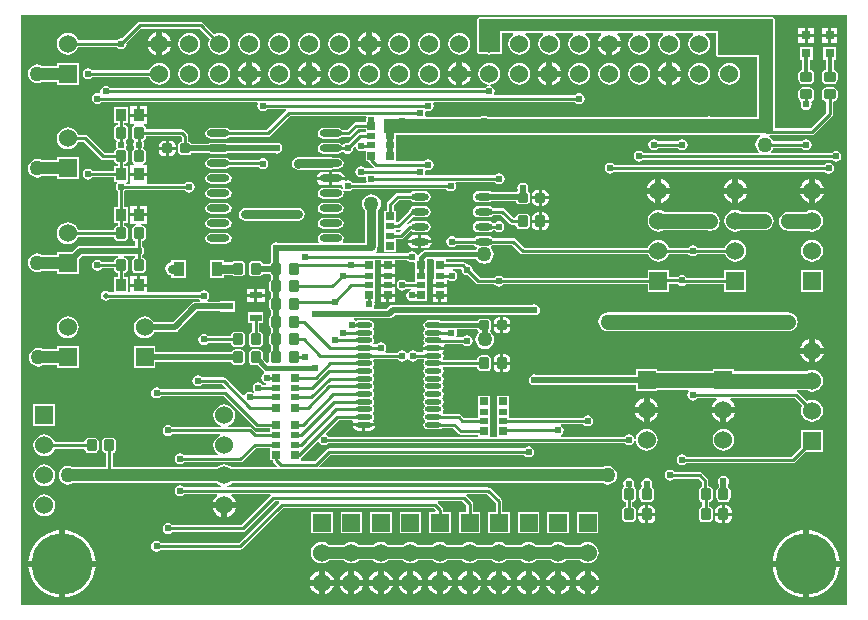
<source format=gtl>
G04*
G04 #@! TF.GenerationSoftware,Altium Limited,Altium Designer,18.1.9 (240)*
G04*
G04 Layer_Physical_Order=1*
G04 Layer_Color=255*
%FSTAX24Y24*%
%MOIN*%
G70*
G01*
G75*
%ADD13C,0.0100*%
%ADD19R,0.0354X0.0394*%
G04:AMPARAMS|DCode=20|XSize=35.4mil|YSize=39.4mil|CornerRadius=8.9mil|HoleSize=0mil|Usage=FLASHONLY|Rotation=0.000|XOffset=0mil|YOffset=0mil|HoleType=Round|Shape=RoundedRectangle|*
%AMROUNDEDRECTD20*
21,1,0.0354,0.0217,0,0,0.0*
21,1,0.0177,0.0394,0,0,0.0*
1,1,0.0177,0.0089,-0.0108*
1,1,0.0177,-0.0089,-0.0108*
1,1,0.0177,-0.0089,0.0108*
1,1,0.0177,0.0089,0.0108*
%
%ADD20ROUNDEDRECTD20*%
%ADD21R,0.0394X0.0236*%
%ADD22R,0.0315X0.0315*%
%ADD23R,0.0276X0.0252*%
%ADD24R,0.0276X0.0197*%
G04:AMPARAMS|DCode=25|XSize=35.4mil|YSize=39.4mil|CornerRadius=8.9mil|HoleSize=0mil|Usage=FLASHONLY|Rotation=90.000|XOffset=0mil|YOffset=0mil|HoleType=Round|Shape=RoundedRectangle|*
%AMROUNDEDRECTD25*
21,1,0.0354,0.0217,0,0,90.0*
21,1,0.0177,0.0394,0,0,90.0*
1,1,0.0177,0.0108,0.0089*
1,1,0.0177,0.0108,-0.0089*
1,1,0.0177,-0.0108,-0.0089*
1,1,0.0177,-0.0108,0.0089*
%
%ADD25ROUNDEDRECTD25*%
G04:AMPARAMS|DCode=26|XSize=35.4mil|YSize=31.5mil|CornerRadius=7.9mil|HoleSize=0mil|Usage=FLASHONLY|Rotation=180.000|XOffset=0mil|YOffset=0mil|HoleType=Round|Shape=RoundedRectangle|*
%AMROUNDEDRECTD26*
21,1,0.0354,0.0157,0,0,180.0*
21,1,0.0197,0.0315,0,0,180.0*
1,1,0.0157,-0.0098,0.0079*
1,1,0.0157,0.0098,0.0079*
1,1,0.0157,0.0098,-0.0079*
1,1,0.0157,-0.0098,-0.0079*
%
%ADD26ROUNDEDRECTD26*%
%ADD27O,0.0591X0.0236*%
%ADD28O,0.0748X0.0236*%
%ADD29R,0.0360X0.0480*%
%ADD30O,0.0551X0.0177*%
%ADD47C,0.0200*%
%ADD48C,0.0400*%
%ADD49C,0.0150*%
%ADD50C,0.0500*%
%ADD51C,0.0300*%
%ADD52C,0.0130*%
%ADD53R,0.0600X0.0600*%
%ADD54C,0.0600*%
%ADD55C,0.2047*%
%ADD56R,0.0600X0.0600*%
%ADD57C,0.0240*%
%ADD58C,0.0197*%
%ADD59C,0.0500*%
%ADD60C,0.0240*%
G36*
X037559Y01D02*
X01D01*
Y029685D01*
X037559D01*
X037559Y01D01*
D02*
G37*
%LPC*%
G36*
X037226Y029254D02*
X037018D01*
Y029046D01*
X037226D01*
Y029254D01*
D02*
G37*
G36*
X036918D02*
X036711D01*
Y029046D01*
X036918D01*
Y029254D01*
D02*
G37*
G36*
X036439D02*
X036231D01*
Y029046D01*
X036439D01*
Y029254D01*
D02*
G37*
G36*
X036131D02*
X035924D01*
Y029046D01*
X036131D01*
Y029254D01*
D02*
G37*
G36*
X021722Y029107D02*
Y028817D01*
X022012D01*
X022012Y028821D01*
X021971Y028918D01*
X021907Y029002D01*
X021824Y029066D01*
X021726Y029106D01*
X021722Y029107D01*
D02*
G37*
G36*
X014722D02*
Y028817D01*
X015012D01*
X015012Y028821D01*
X014971Y028918D01*
X014907Y029002D01*
X014824Y029066D01*
X014726Y029106D01*
X014722Y029107D01*
D02*
G37*
G36*
X014522D02*
X014518Y029106D01*
X01442Y029066D01*
X014337Y029002D01*
X014273Y028918D01*
X014232Y028821D01*
X014232Y028817D01*
X014522D01*
Y029107D01*
D02*
G37*
G36*
X021522D02*
X021518Y029106D01*
X02142Y029066D01*
X021337Y029002D01*
X021273Y028918D01*
X021232Y028821D01*
X021232Y028817D01*
X021522D01*
Y029107D01*
D02*
G37*
G36*
X037226Y028946D02*
X037018D01*
Y028739D01*
X037226D01*
Y028946D01*
D02*
G37*
G36*
X036918D02*
X036711D01*
Y028739D01*
X036918D01*
Y028946D01*
D02*
G37*
G36*
X036439D02*
X036231D01*
Y028739D01*
X036439D01*
Y028946D01*
D02*
G37*
G36*
X036131D02*
X035924D01*
Y028739D01*
X036131D01*
Y028946D01*
D02*
G37*
G36*
X024622Y02908D02*
X024528Y029067D01*
X02444Y029031D01*
X024365Y028973D01*
X024308Y028898D01*
X024271Y028811D01*
X024259Y028717D01*
X024271Y028623D01*
X024308Y028535D01*
X024365Y02846D01*
X02444Y028402D01*
X024528Y028366D01*
X024622Y028353D01*
X024716Y028366D01*
X024804Y028402D01*
X024879Y02846D01*
X024937Y028535D01*
X024973Y028623D01*
X024985Y028717D01*
X024973Y028811D01*
X024937Y028898D01*
X024879Y028973D01*
X024804Y029031D01*
X024716Y029067D01*
X024622Y02908D01*
D02*
G37*
G36*
X023622D02*
X023528Y029067D01*
X02344Y029031D01*
X023365Y028973D01*
X023308Y028898D01*
X023271Y028811D01*
X023259Y028717D01*
X023271Y028623D01*
X023308Y028535D01*
X023365Y02846D01*
X02344Y028402D01*
X023528Y028366D01*
X023622Y028353D01*
X023716Y028366D01*
X023804Y028402D01*
X023879Y02846D01*
X023937Y028535D01*
X023973Y028623D01*
X023985Y028717D01*
X023973Y028811D01*
X023937Y028898D01*
X023879Y028973D01*
X023804Y029031D01*
X023716Y029067D01*
X023622Y02908D01*
D02*
G37*
G36*
X022622D02*
X022528Y029067D01*
X02244Y029031D01*
X022365Y028973D01*
X022308Y028898D01*
X022271Y028811D01*
X022259Y028717D01*
X022271Y028623D01*
X022308Y028535D01*
X022365Y02846D01*
X02244Y028402D01*
X022528Y028366D01*
X022622Y028353D01*
X022716Y028366D01*
X022804Y028402D01*
X022879Y02846D01*
X022937Y028535D01*
X022973Y028623D01*
X022985Y028717D01*
X022973Y028811D01*
X022937Y028898D01*
X022879Y028973D01*
X022804Y029031D01*
X022716Y029067D01*
X022622Y02908D01*
D02*
G37*
G36*
X020622D02*
X020528Y029067D01*
X02044Y029031D01*
X020365Y028973D01*
X020308Y028898D01*
X020271Y028811D01*
X020259Y028717D01*
X020271Y028623D01*
X020308Y028535D01*
X020365Y02846D01*
X02044Y028402D01*
X020528Y028366D01*
X020622Y028353D01*
X020716Y028366D01*
X020804Y028402D01*
X020879Y02846D01*
X020937Y028535D01*
X020973Y028623D01*
X020985Y028717D01*
X020973Y028811D01*
X020937Y028898D01*
X020879Y028973D01*
X020804Y029031D01*
X020716Y029067D01*
X020622Y02908D01*
D02*
G37*
G36*
X019622D02*
X019528Y029067D01*
X01944Y029031D01*
X019365Y028973D01*
X019308Y028898D01*
X019271Y028811D01*
X019259Y028717D01*
X019271Y028623D01*
X019308Y028535D01*
X019365Y02846D01*
X01944Y028402D01*
X019528Y028366D01*
X019622Y028353D01*
X019716Y028366D01*
X019804Y028402D01*
X019879Y02846D01*
X019937Y028535D01*
X019973Y028623D01*
X019985Y028717D01*
X019973Y028811D01*
X019937Y028898D01*
X019879Y028973D01*
X019804Y029031D01*
X019716Y029067D01*
X019622Y02908D01*
D02*
G37*
G36*
X018622D02*
X018528Y029067D01*
X01844Y029031D01*
X018365Y028973D01*
X018308Y028898D01*
X018271Y028811D01*
X018259Y028717D01*
X018271Y028623D01*
X018308Y028535D01*
X018365Y02846D01*
X01844Y028402D01*
X018528Y028366D01*
X018622Y028353D01*
X018716Y028366D01*
X018804Y028402D01*
X018879Y02846D01*
X018937Y028535D01*
X018973Y028623D01*
X018985Y028717D01*
X018973Y028811D01*
X018937Y028898D01*
X018879Y028973D01*
X018804Y029031D01*
X018716Y029067D01*
X018622Y02908D01*
D02*
G37*
G36*
X017622D02*
X017528Y029067D01*
X01744Y029031D01*
X017365Y028973D01*
X017308Y028898D01*
X017271Y028811D01*
X017259Y028717D01*
X017271Y028623D01*
X017308Y028535D01*
X017365Y02846D01*
X01744Y028402D01*
X017528Y028366D01*
X017622Y028353D01*
X017716Y028366D01*
X017804Y028402D01*
X017879Y02846D01*
X017937Y028535D01*
X017973Y028623D01*
X017985Y028717D01*
X017973Y028811D01*
X017937Y028898D01*
X017879Y028973D01*
X017804Y029031D01*
X017716Y029067D01*
X017622Y02908D01*
D02*
G37*
G36*
X016008Y029443D02*
X016008Y029443D01*
X013961D01*
X013918Y029434D01*
X013881Y02941D01*
X013881Y02941D01*
X013367Y028896D01*
X013346Y0289D01*
X013276Y028886D01*
X013217Y028846D01*
X013205Y028829D01*
X011918D01*
X011889Y028898D01*
X011832Y028973D01*
X011756Y029031D01*
X011669Y029067D01*
X011575Y02908D01*
X011481Y029067D01*
X011393Y029031D01*
X011318Y028973D01*
X01126Y028898D01*
X011224Y028811D01*
X011212Y028717D01*
X011224Y028623D01*
X01126Y028535D01*
X011318Y02846D01*
X011393Y028402D01*
X011481Y028366D01*
X011575Y028353D01*
X011669Y028366D01*
X011756Y028402D01*
X011832Y02846D01*
X011889Y028535D01*
X011918Y028604D01*
X013205D01*
X013217Y028587D01*
X013276Y028547D01*
X013346Y028533D01*
X013417Y028547D01*
X013476Y028587D01*
X013516Y028646D01*
X01353Y028717D01*
X013526Y028737D01*
X014007Y029219D01*
X015961D01*
X0163Y02888D01*
X016271Y028811D01*
X016259Y028717D01*
X016271Y028623D01*
X016308Y028535D01*
X016365Y02846D01*
X01644Y028402D01*
X016528Y028366D01*
X016622Y028353D01*
X016716Y028366D01*
X016804Y028402D01*
X016879Y02846D01*
X016937Y028535D01*
X016973Y028623D01*
X016985Y028717D01*
X016973Y028811D01*
X016937Y028898D01*
X016879Y028973D01*
X016804Y029031D01*
X016716Y029067D01*
X016622Y02908D01*
X016528Y029067D01*
X016459Y029039D01*
X016087Y02941D01*
X016051Y029434D01*
X016008Y029443D01*
D02*
G37*
G36*
X015622Y02908D02*
X015528Y029067D01*
X01544Y029031D01*
X015365Y028973D01*
X015308Y028898D01*
X015271Y028811D01*
X015259Y028717D01*
X015271Y028623D01*
X015308Y028535D01*
X015365Y02846D01*
X01544Y028402D01*
X015528Y028366D01*
X015622Y028353D01*
X015716Y028366D01*
X015804Y028402D01*
X015879Y02846D01*
X015937Y028535D01*
X015973Y028623D01*
X015985Y028717D01*
X015973Y028811D01*
X015937Y028898D01*
X015879Y028973D01*
X015804Y029031D01*
X015716Y029067D01*
X015622Y02908D01*
D02*
G37*
G36*
X030012Y028617D02*
X029722D01*
Y028326D01*
X029726Y028327D01*
X029824Y028367D01*
X029907Y028431D01*
X029971Y028515D01*
X030012Y028612D01*
X030012Y028617D01*
D02*
G37*
G36*
X022012D02*
X021722D01*
Y028326D01*
X021726Y028327D01*
X021824Y028367D01*
X021907Y028431D01*
X021971Y028515D01*
X022012Y028612D01*
X022012Y028617D01*
D02*
G37*
G36*
X015012D02*
X014722D01*
Y028326D01*
X014726Y028327D01*
X014824Y028367D01*
X014907Y028431D01*
X014971Y028515D01*
X015012Y028612D01*
X015012Y028617D01*
D02*
G37*
G36*
X014522D02*
X014232D01*
X014232Y028612D01*
X014273Y028515D01*
X014337Y028431D01*
X01442Y028367D01*
X014518Y028327D01*
X014522Y028326D01*
Y028617D01*
D02*
G37*
G36*
X029522D02*
X029232D01*
X029232Y028612D01*
X029273Y028515D01*
X029337Y028431D01*
X02942Y028367D01*
X029518Y028327D01*
X029522Y028326D01*
Y028617D01*
D02*
G37*
G36*
X021522D02*
X021232D01*
X021232Y028612D01*
X021273Y028515D01*
X021337Y028431D01*
X02142Y028367D01*
X021518Y028327D01*
X021522Y028326D01*
Y028617D01*
D02*
G37*
G36*
X011935Y028077D02*
X011215D01*
Y027979D01*
X010719D01*
X010708Y027987D01*
X010632Y028019D01*
X010551Y028029D01*
X01047Y028019D01*
X010395Y027987D01*
X01033Y027938D01*
X01028Y027873D01*
X010249Y027797D01*
X010239Y027717D01*
X010249Y027636D01*
X01028Y02756D01*
X01033Y027495D01*
X010395Y027446D01*
X01047Y027415D01*
X010551Y027404D01*
X010632Y027415D01*
X010708Y027446D01*
X010719Y027454D01*
X011215D01*
Y027357D01*
X011935D01*
Y028077D01*
D02*
G37*
G36*
X014622Y02808D02*
X014528Y028067D01*
X01444Y028031D01*
X014365Y027973D01*
X014308Y027898D01*
X014279Y027829D01*
X012386D01*
X012374Y027846D01*
X012314Y027886D01*
X012244Y0279D01*
X012174Y027886D01*
X012114Y027846D01*
X012075Y027787D01*
X012061Y027717D01*
X012075Y027646D01*
X012114Y027587D01*
X012174Y027547D01*
X012244Y027533D01*
X012314Y027547D01*
X012374Y027587D01*
X012386Y027604D01*
X014279D01*
X014308Y027535D01*
X014365Y02746D01*
X01444Y027402D01*
X014528Y027366D01*
X014622Y027353D01*
X014716Y027366D01*
X014804Y027402D01*
X014879Y02746D01*
X014937Y027535D01*
X014973Y027623D01*
X014985Y027717D01*
X014973Y027811D01*
X014937Y027898D01*
X014879Y027973D01*
X014804Y028031D01*
X014716Y028067D01*
X014622Y02808D01*
D02*
G37*
G36*
X024722Y028107D02*
Y027817D01*
X025012D01*
X025012Y027821D01*
X024971Y027918D01*
X024907Y028002D01*
X024824Y028066D01*
X024726Y028106D01*
X024722Y028107D01*
D02*
G37*
G36*
X017722D02*
Y027817D01*
X018012D01*
X018012Y027821D01*
X017971Y027918D01*
X017907Y028002D01*
X017824Y028066D01*
X017726Y028106D01*
X017722Y028107D01*
D02*
G37*
G36*
X031722D02*
Y027817D01*
X032012D01*
X032012Y027821D01*
X031971Y027918D01*
X031907Y028002D01*
X031824Y028066D01*
X031726Y028106D01*
X031722Y028107D01*
D02*
G37*
G36*
X027722D02*
Y027817D01*
X028012D01*
X028012Y027821D01*
X027971Y027918D01*
X027907Y028002D01*
X027824Y028066D01*
X027726Y028106D01*
X027722Y028107D01*
D02*
G37*
G36*
X019722D02*
Y027817D01*
X020012D01*
X020012Y027821D01*
X019971Y027918D01*
X019907Y028002D01*
X019824Y028066D01*
X019726Y028106D01*
X019722Y028107D01*
D02*
G37*
G36*
X031522D02*
X031518Y028106D01*
X03142Y028066D01*
X031337Y028002D01*
X031273Y027918D01*
X031232Y027821D01*
X031232Y027817D01*
X031522D01*
Y028107D01*
D02*
G37*
G36*
X027522D02*
X027518Y028106D01*
X02742Y028066D01*
X027337Y028002D01*
X027273Y027918D01*
X027232Y027821D01*
X027232Y027817D01*
X027522D01*
Y028107D01*
D02*
G37*
G36*
X024522D02*
X024518Y028106D01*
X02442Y028066D01*
X024337Y028002D01*
X024273Y027918D01*
X024232Y027821D01*
X024232Y027817D01*
X024522D01*
Y028107D01*
D02*
G37*
G36*
X017522D02*
X017518Y028106D01*
X01742Y028066D01*
X017337Y028002D01*
X017273Y027918D01*
X017232Y027821D01*
X017232Y027817D01*
X017522D01*
Y028107D01*
D02*
G37*
G36*
X019522D02*
X019518Y028106D01*
X01942Y028066D01*
X019337Y028002D01*
X019273Y027918D01*
X019232Y027821D01*
X019232Y027817D01*
X019522D01*
Y028107D01*
D02*
G37*
G36*
X037186Y028623D02*
X036751D01*
Y028188D01*
X036841D01*
Y027854D01*
X036802Y027847D01*
X036753Y027814D01*
X03672Y027765D01*
X036709Y027707D01*
Y02753D01*
X03672Y027472D01*
X036753Y027422D01*
X036802Y02739D01*
X03686Y027378D01*
X037077D01*
X037135Y02739D01*
X037184Y027422D01*
X037217Y027472D01*
X037228Y02753D01*
Y027707D01*
X037217Y027765D01*
X037184Y027814D01*
X037135Y027847D01*
X037096Y027854D01*
Y028188D01*
X037186D01*
Y028623D01*
D02*
G37*
G36*
X036399D02*
X035964D01*
Y028188D01*
X036054D01*
Y027854D01*
X036015Y027847D01*
X035966Y027814D01*
X035933Y027765D01*
X035921Y027707D01*
Y02753D01*
X035933Y027472D01*
X035966Y027422D01*
X036015Y02739D01*
X036073Y027378D01*
X036289D01*
X036347Y02739D01*
X036397Y027422D01*
X036429Y027472D01*
X036441Y02753D01*
Y027707D01*
X036429Y027765D01*
X036397Y027814D01*
X036347Y027847D01*
X036309Y027854D01*
Y028188D01*
X036399D01*
Y028623D01*
D02*
G37*
G36*
X033622Y02808D02*
X033528Y028067D01*
X03344Y028031D01*
X033365Y027973D01*
X033308Y027898D01*
X033271Y027811D01*
X033259Y027717D01*
X033271Y027623D01*
X033308Y027535D01*
X033365Y02746D01*
X03344Y027402D01*
X033528Y027366D01*
X033622Y027353D01*
X033716Y027366D01*
X033804Y027402D01*
X033879Y02746D01*
X033937Y027535D01*
X033973Y027623D01*
X033985Y027717D01*
X033973Y027811D01*
X033937Y027898D01*
X033879Y027973D01*
X033804Y028031D01*
X033716Y028067D01*
X033622Y02808D01*
D02*
G37*
G36*
X032622D02*
X032528Y028067D01*
X03244Y028031D01*
X032365Y027973D01*
X032308Y027898D01*
X032271Y027811D01*
X032259Y027717D01*
X032271Y027623D01*
X032308Y027535D01*
X032365Y02746D01*
X03244Y027402D01*
X032528Y027366D01*
X032622Y027353D01*
X032716Y027366D01*
X032804Y027402D01*
X032879Y02746D01*
X032937Y027535D01*
X032973Y027623D01*
X032985Y027717D01*
X032973Y027811D01*
X032937Y027898D01*
X032879Y027973D01*
X032804Y028031D01*
X032716Y028067D01*
X032622Y02808D01*
D02*
G37*
G36*
X030622D02*
X030528Y028067D01*
X03044Y028031D01*
X030365Y027973D01*
X030308Y027898D01*
X030271Y027811D01*
X030259Y027717D01*
X030271Y027623D01*
X030308Y027535D01*
X030365Y02746D01*
X03044Y027402D01*
X030528Y027366D01*
X030622Y027353D01*
X030716Y027366D01*
X030804Y027402D01*
X030879Y02746D01*
X030937Y027535D01*
X030973Y027623D01*
X030985Y027717D01*
X030973Y027811D01*
X030937Y027898D01*
X030879Y027973D01*
X030804Y028031D01*
X030716Y028067D01*
X030622Y02808D01*
D02*
G37*
G36*
X029622D02*
X029528Y028067D01*
X02944Y028031D01*
X029365Y027973D01*
X029308Y027898D01*
X029271Y027811D01*
X029259Y027717D01*
X029271Y027623D01*
X029308Y027535D01*
X029365Y02746D01*
X02944Y027402D01*
X029528Y027366D01*
X029622Y027353D01*
X029716Y027366D01*
X029804Y027402D01*
X029879Y02746D01*
X029937Y027535D01*
X029973Y027623D01*
X029985Y027717D01*
X029973Y027811D01*
X029937Y027898D01*
X029879Y027973D01*
X029804Y028031D01*
X029716Y028067D01*
X029622Y02808D01*
D02*
G37*
G36*
X028622D02*
X028528Y028067D01*
X02844Y028031D01*
X028365Y027973D01*
X028308Y027898D01*
X028271Y027811D01*
X028259Y027717D01*
X028271Y027623D01*
X028308Y027535D01*
X028365Y02746D01*
X02844Y027402D01*
X028528Y027366D01*
X028622Y027353D01*
X028716Y027366D01*
X028804Y027402D01*
X028879Y02746D01*
X028937Y027535D01*
X028973Y027623D01*
X028985Y027717D01*
X028973Y027811D01*
X028937Y027898D01*
X028879Y027973D01*
X028804Y028031D01*
X028716Y028067D01*
X028622Y02808D01*
D02*
G37*
G36*
X026622D02*
X026528Y028067D01*
X02644Y028031D01*
X026365Y027973D01*
X026308Y027898D01*
X026271Y027811D01*
X026259Y027717D01*
X026271Y027623D01*
X026308Y027535D01*
X026365Y02746D01*
X02644Y027402D01*
X026528Y027366D01*
X026622Y027353D01*
X026716Y027366D01*
X026804Y027402D01*
X026879Y02746D01*
X026937Y027535D01*
X026973Y027623D01*
X026985Y027717D01*
X026973Y027811D01*
X026937Y027898D01*
X026879Y027973D01*
X026804Y028031D01*
X026716Y028067D01*
X026622Y02808D01*
D02*
G37*
G36*
X023622D02*
X023528Y028067D01*
X02344Y028031D01*
X023365Y027973D01*
X023308Y027898D01*
X023271Y027811D01*
X023259Y027717D01*
X023271Y027623D01*
X023308Y027535D01*
X023365Y02746D01*
X02344Y027402D01*
X023528Y027366D01*
X023622Y027353D01*
X023716Y027366D01*
X023804Y027402D01*
X023879Y02746D01*
X023937Y027535D01*
X023973Y027623D01*
X023985Y027717D01*
X023973Y027811D01*
X023937Y027898D01*
X023879Y027973D01*
X023804Y028031D01*
X023716Y028067D01*
X023622Y02808D01*
D02*
G37*
G36*
X022622D02*
X022528Y028067D01*
X02244Y028031D01*
X022365Y027973D01*
X022308Y027898D01*
X022271Y027811D01*
X022259Y027717D01*
X022271Y027623D01*
X022308Y027535D01*
X022365Y02746D01*
X02244Y027402D01*
X022528Y027366D01*
X022622Y027353D01*
X022716Y027366D01*
X022804Y027402D01*
X022879Y02746D01*
X022937Y027535D01*
X022973Y027623D01*
X022985Y027717D01*
X022973Y027811D01*
X022937Y027898D01*
X022879Y027973D01*
X022804Y028031D01*
X022716Y028067D01*
X022622Y02808D01*
D02*
G37*
G36*
X021622D02*
X021528Y028067D01*
X02144Y028031D01*
X021365Y027973D01*
X021308Y027898D01*
X021271Y027811D01*
X021259Y027717D01*
X021271Y027623D01*
X021308Y027535D01*
X021365Y02746D01*
X02144Y027402D01*
X021528Y027366D01*
X021622Y027353D01*
X021716Y027366D01*
X021804Y027402D01*
X021879Y02746D01*
X021937Y027535D01*
X021973Y027623D01*
X021985Y027717D01*
X021973Y027811D01*
X021937Y027898D01*
X021879Y027973D01*
X021804Y028031D01*
X021716Y028067D01*
X021622Y02808D01*
D02*
G37*
G36*
X020622D02*
X020528Y028067D01*
X02044Y028031D01*
X020365Y027973D01*
X020308Y027898D01*
X020271Y027811D01*
X020259Y027717D01*
X020271Y027623D01*
X020308Y027535D01*
X020365Y02746D01*
X02044Y027402D01*
X020528Y027366D01*
X020622Y027353D01*
X020716Y027366D01*
X020804Y027402D01*
X020879Y02746D01*
X020937Y027535D01*
X020973Y027623D01*
X020985Y027717D01*
X020973Y027811D01*
X020937Y027898D01*
X020879Y027973D01*
X020804Y028031D01*
X020716Y028067D01*
X020622Y02808D01*
D02*
G37*
G36*
X018622D02*
X018528Y028067D01*
X01844Y028031D01*
X018365Y027973D01*
X018308Y027898D01*
X018271Y027811D01*
X018259Y027717D01*
X018271Y027623D01*
X018308Y027535D01*
X018365Y02746D01*
X01844Y027402D01*
X018528Y027366D01*
X018622Y027353D01*
X018716Y027366D01*
X018804Y027402D01*
X018879Y02746D01*
X018937Y027535D01*
X018973Y027623D01*
X018985Y027717D01*
X018973Y027811D01*
X018937Y027898D01*
X018879Y027973D01*
X018804Y028031D01*
X018716Y028067D01*
X018622Y02808D01*
D02*
G37*
G36*
X016622D02*
X016528Y028067D01*
X01644Y028031D01*
X016365Y027973D01*
X016308Y027898D01*
X016271Y027811D01*
X016259Y027717D01*
X016271Y027623D01*
X016308Y027535D01*
X016365Y02746D01*
X01644Y027402D01*
X016528Y027366D01*
X016622Y027353D01*
X016716Y027366D01*
X016804Y027402D01*
X016879Y02746D01*
X016937Y027535D01*
X016973Y027623D01*
X016985Y027717D01*
X016973Y027811D01*
X016937Y027898D01*
X016879Y027973D01*
X016804Y028031D01*
X016716Y028067D01*
X016622Y02808D01*
D02*
G37*
G36*
X015622D02*
X015528Y028067D01*
X01544Y028031D01*
X015365Y027973D01*
X015308Y027898D01*
X015271Y027811D01*
X015259Y027717D01*
X015271Y027623D01*
X015308Y027535D01*
X015365Y02746D01*
X01544Y027402D01*
X015528Y027366D01*
X015622Y027353D01*
X015716Y027366D01*
X015804Y027402D01*
X015879Y02746D01*
X015937Y027535D01*
X015973Y027623D01*
X015985Y027717D01*
X015973Y027811D01*
X015937Y027898D01*
X015879Y027973D01*
X015804Y028031D01*
X015716Y028067D01*
X015622Y02808D01*
D02*
G37*
G36*
X032012Y027617D02*
X031722D01*
Y027326D01*
X031726Y027327D01*
X031824Y027367D01*
X031907Y027431D01*
X031971Y027515D01*
X032012Y027612D01*
X032012Y027617D01*
D02*
G37*
G36*
X028012D02*
X027722D01*
Y027326D01*
X027726Y027327D01*
X027824Y027367D01*
X027907Y027431D01*
X027971Y027515D01*
X028012Y027612D01*
X028012Y027617D01*
D02*
G37*
G36*
X025012D02*
X024722D01*
Y027326D01*
X024726Y027327D01*
X024824Y027367D01*
X024907Y027431D01*
X024971Y027515D01*
X025012Y027612D01*
X025012Y027617D01*
D02*
G37*
G36*
X020012D02*
X019722D01*
Y027326D01*
X019726Y027327D01*
X019824Y027367D01*
X019907Y027431D01*
X019971Y027515D01*
X020012Y027612D01*
X020012Y027617D01*
D02*
G37*
G36*
X018012D02*
X017722D01*
Y027326D01*
X017726Y027327D01*
X017824Y027367D01*
X017907Y027431D01*
X017971Y027515D01*
X018012Y027612D01*
X018012Y027617D01*
D02*
G37*
G36*
X031522D02*
X031232D01*
X031232Y027612D01*
X031273Y027515D01*
X031337Y027431D01*
X03142Y027367D01*
X031518Y027327D01*
X031522Y027326D01*
Y027617D01*
D02*
G37*
G36*
X027522D02*
X027232D01*
X027232Y027612D01*
X027273Y027515D01*
X027337Y027431D01*
X02742Y027367D01*
X027518Y027327D01*
X027522Y027326D01*
Y027617D01*
D02*
G37*
G36*
X024522D02*
X024232D01*
X024232Y027612D01*
X024273Y027515D01*
X024337Y027431D01*
X02442Y027367D01*
X024518Y027327D01*
X024522Y027326D01*
Y027617D01*
D02*
G37*
G36*
X019522D02*
X019232D01*
X019232Y027612D01*
X019273Y027515D01*
X019337Y027431D01*
X01942Y027367D01*
X019518Y027327D01*
X019522Y027326D01*
Y027617D01*
D02*
G37*
G36*
X017522D02*
X017232D01*
X017232Y027612D01*
X017273Y027515D01*
X017337Y027431D01*
X01742Y027367D01*
X017518Y027327D01*
X017522Y027326D01*
Y027617D01*
D02*
G37*
G36*
X035079Y029592D02*
X025276D01*
X02523Y029573D01*
X025211Y029528D01*
Y028425D01*
X02523Y028379D01*
X025276Y02836D01*
X02557D01*
X025622Y028353D01*
X025674Y02836D01*
X025984D01*
X02603Y028379D01*
X026049Y028425D01*
Y029069D01*
X026408D01*
X026425Y029019D01*
X026365Y028973D01*
X026308Y028898D01*
X026271Y028811D01*
X026259Y028717D01*
X026271Y028623D01*
X026308Y028535D01*
X026365Y02846D01*
X02644Y028402D01*
X026528Y028366D01*
X026622Y028353D01*
X026716Y028366D01*
X026804Y028402D01*
X026879Y02846D01*
X026937Y028535D01*
X026973Y028623D01*
X026985Y028717D01*
X026973Y028811D01*
X026937Y028898D01*
X026879Y028973D01*
X026819Y029019D01*
X026836Y029069D01*
X027408D01*
X027425Y029019D01*
X027365Y028973D01*
X027308Y028898D01*
X027271Y028811D01*
X027259Y028717D01*
X027271Y028623D01*
X027308Y028535D01*
X027365Y02846D01*
X02744Y028402D01*
X027528Y028366D01*
X027622Y028353D01*
X027716Y028366D01*
X027804Y028402D01*
X027879Y02846D01*
X027937Y028535D01*
X027973Y028623D01*
X027985Y028717D01*
X027973Y028811D01*
X027937Y028898D01*
X027879Y028973D01*
X027819Y029019D01*
X027836Y029069D01*
X028408D01*
X028425Y029019D01*
X028365Y028973D01*
X028308Y028898D01*
X028271Y028811D01*
X028259Y028717D01*
X028271Y028623D01*
X028308Y028535D01*
X028365Y02846D01*
X02844Y028402D01*
X028528Y028366D01*
X028622Y028353D01*
X028716Y028366D01*
X028804Y028402D01*
X028879Y02846D01*
X028937Y028535D01*
X028973Y028623D01*
X028985Y028717D01*
X028973Y028811D01*
X028937Y028898D01*
X028879Y028973D01*
X028819Y029019D01*
X028836Y029069D01*
X029342D01*
X029359Y029019D01*
X029337Y029002D01*
X029273Y028918D01*
X029232Y028821D01*
X029232Y028817D01*
X029622D01*
X030012D01*
X030012Y028821D01*
X029971Y028918D01*
X029907Y029002D01*
X029885Y029019D01*
X029902Y029069D01*
X030408D01*
X030425Y029019D01*
X030365Y028973D01*
X030308Y028898D01*
X030271Y028811D01*
X030259Y028717D01*
X030271Y028623D01*
X030308Y028535D01*
X030365Y02846D01*
X03044Y028402D01*
X030528Y028366D01*
X030622Y028353D01*
X030716Y028366D01*
X030804Y028402D01*
X030879Y02846D01*
X030937Y028535D01*
X030973Y028623D01*
X030985Y028717D01*
X030973Y028811D01*
X030937Y028898D01*
X030879Y028973D01*
X030819Y029019D01*
X030836Y029069D01*
X031408D01*
X031425Y029019D01*
X031365Y028973D01*
X031308Y028898D01*
X031271Y028811D01*
X031259Y028717D01*
X031271Y028623D01*
X031308Y028535D01*
X031365Y02846D01*
X03144Y028402D01*
X031528Y028366D01*
X031622Y028353D01*
X031716Y028366D01*
X031804Y028402D01*
X031879Y02846D01*
X031937Y028535D01*
X031973Y028623D01*
X031985Y028717D01*
X031973Y028811D01*
X031937Y028898D01*
X031879Y028973D01*
X031819Y029019D01*
X031836Y029069D01*
X032408D01*
X032425Y029019D01*
X032365Y028973D01*
X032308Y028898D01*
X032271Y028811D01*
X032259Y028717D01*
X032271Y028623D01*
X032308Y028535D01*
X032365Y02846D01*
X03244Y028402D01*
X032528Y028366D01*
X032622Y028353D01*
X032716Y028366D01*
X032804Y028402D01*
X032879Y02846D01*
X032937Y028535D01*
X032973Y028623D01*
X032985Y028717D01*
X032973Y028811D01*
X032937Y028898D01*
X032879Y028973D01*
X032819Y029019D01*
X032836Y029069D01*
X033163D01*
Y028346D01*
X033182Y028301D01*
X033228Y028282D01*
X034541D01*
Y026285D01*
X033036D01*
X033034Y026286D01*
X032953Y026297D01*
X032872Y026286D01*
X03287Y026285D01*
X025583Y026285D01*
X025534Y026306D01*
X025453Y026317D01*
X025372Y026306D01*
X025322Y026285D01*
X023496D01*
X023469Y026335D01*
X023477Y026347D01*
X023491Y026417D01*
X023486Y026442D01*
X023493Y026453D01*
X023529Y026481D01*
X023583Y02647D01*
X023653Y026484D01*
X023712Y026524D01*
X023752Y026583D01*
X023766Y026654D01*
X023752Y026724D01*
X023746Y026734D01*
X023769Y026778D01*
X028481D01*
X028492Y02676D01*
X028552Y02672D01*
X028622Y026706D01*
X028692Y02672D01*
X028752Y02676D01*
X028792Y02682D01*
X028806Y02689D01*
X028792Y02696D01*
X028752Y02702D01*
X028692Y027059D01*
X028622Y027073D01*
X028552Y027059D01*
X028492Y02702D01*
X028481Y027002D01*
X025809D01*
X025785Y027046D01*
X025792Y027056D01*
X025806Y027126D01*
X025792Y027196D01*
X025752Y027256D01*
X025692Y027296D01*
X025651Y027304D01*
X025642Y027306D01*
X025643Y027356D01*
X025651Y027357D01*
X025716Y027366D01*
X025804Y027402D01*
X025879Y02746D01*
X025937Y027535D01*
X025973Y027623D01*
X025985Y027717D01*
X025973Y027811D01*
X025937Y027898D01*
X025879Y027973D01*
X025804Y028031D01*
X025716Y028067D01*
X025622Y02808D01*
X025528Y028067D01*
X02544Y028031D01*
X025365Y027973D01*
X025308Y027898D01*
X025271Y027811D01*
X025259Y027717D01*
X025271Y027623D01*
X025308Y027535D01*
X025365Y02746D01*
X02544Y027402D01*
X025528Y027366D01*
X025593Y027357D01*
X025601Y027356D01*
X025602Y027306D01*
X025593Y027304D01*
X025552Y027296D01*
X025492Y027256D01*
X02548Y027238D01*
X012976D01*
X012964Y027256D01*
X012905Y027296D01*
X012835Y02731D01*
X012764Y027296D01*
X012705Y027256D01*
X012665Y027196D01*
X012651Y027126D01*
X012656Y027101D01*
X012649Y02709D01*
X012613Y027063D01*
X012559Y027073D01*
X012489Y027059D01*
X012429Y02702D01*
X01239Y02696D01*
X012376Y02689D01*
X01239Y02682D01*
X012429Y02676D01*
X012489Y02672D01*
X012559Y026706D01*
X012629Y02672D01*
X012689Y02676D01*
X012701Y026778D01*
X017884D01*
X017908Y026734D01*
X017901Y026724D01*
X017887Y026654D01*
X017901Y026583D01*
X017941Y026524D01*
X018001Y026484D01*
X018071Y02647D01*
X018141Y026484D01*
X018201Y026524D01*
X018212Y026541D01*
X018835D01*
X018849Y026513D01*
X018852Y026491D01*
X0182Y025839D01*
X01699D01*
X016979Y025855D01*
X01692Y025894D01*
X01685Y025908D01*
X016339D01*
X016269Y025894D01*
X01621Y025855D01*
X016171Y025796D01*
X016157Y025726D01*
X016171Y025657D01*
X01621Y025598D01*
X016269Y025559D01*
X016339Y025545D01*
X01685D01*
X01692Y025559D01*
X016979Y025598D01*
X01699Y025614D01*
X018246D01*
X018246Y025614D01*
X018289Y025623D01*
X018325Y025647D01*
X018983Y026305D01*
X021506D01*
X02153Y026261D01*
X021523Y026251D01*
X021509Y026181D01*
X021505Y026176D01*
X021495D01*
Y026102D01*
X021187D01*
X021187Y026102D01*
X021144Y026094D01*
X021108Y026069D01*
X021108Y026069D01*
X020877Y025839D01*
X02073D01*
X020719Y025855D01*
X02066Y025894D01*
X020591Y025908D01*
X020079D01*
X020009Y025894D01*
X01995Y025855D01*
X019911Y025796D01*
X019897Y025726D01*
X019911Y025657D01*
X01995Y025598D01*
X020009Y025559D01*
X020079Y025545D01*
X020591D01*
X02066Y025559D01*
X020719Y025598D01*
X02073Y025614D01*
X020923D01*
X020923Y025614D01*
X020966Y025623D01*
X021003Y025647D01*
X021233Y025878D01*
X021495D01*
Y02576D01*
X021317D01*
X021317Y02576D01*
X021274Y025751D01*
X021238Y025727D01*
X020916Y025406D01*
X020896Y02541D01*
X020825Y025396D01*
X020773Y025361D01*
X020722Y025355D01*
X020719Y025355D01*
X02066Y025394D01*
X020591Y025408D01*
X020079D01*
X020009Y025394D01*
X01995Y025355D01*
X019911Y025296D01*
X019897Y025226D01*
X019911Y025157D01*
X01995Y025098D01*
X020009Y025059D01*
X020079Y025045D01*
X020591D01*
X02066Y025059D01*
X020719Y025098D01*
X020722Y025098D01*
X020773Y025092D01*
X020825Y025057D01*
X020896Y025043D01*
X020966Y025057D01*
X021025Y025097D01*
X021065Y025156D01*
X021079Y025226D01*
X021075Y025247D01*
X021111Y025283D01*
X021165Y025266D01*
X021169Y025245D01*
X021209Y025185D01*
X021268Y025145D01*
X021339Y025131D01*
X021409Y025145D01*
X021445Y02517D01*
X021495Y025143D01*
Y024804D01*
X021587D01*
X021589Y024795D01*
X021614Y024758D01*
X021761Y024611D01*
X02175Y024571D01*
X021742Y024561D01*
X02148D01*
X021468Y024579D01*
X021409Y024618D01*
X021339Y024632D01*
X021268Y024618D01*
X021209Y024579D01*
X021169Y024519D01*
X021155Y024449D01*
X021169Y024379D01*
X021209Y024319D01*
X021268Y024279D01*
X021339Y024265D01*
X021409Y024279D01*
X021462Y024315D01*
X021481Y024317D01*
X021485Y024316D01*
X021523Y024283D01*
X021509Y024213D01*
X021523Y024142D01*
X02153Y024133D01*
X021506Y024089D01*
X021047D01*
X021035Y024106D01*
X020976Y024146D01*
X020906Y02416D01*
X020848Y024149D01*
X020815Y024172D01*
X020812Y024176D01*
X020385D01*
Y024004D01*
X020591D01*
X020676Y024021D01*
X020681Y024024D01*
X020726Y023994D01*
X020722Y023976D01*
X020736Y023906D01*
X020739Y023901D01*
X020703Y023865D01*
X02066Y023894D01*
X020591Y023908D01*
X020079D01*
X020009Y023894D01*
X01995Y023855D01*
X019911Y023796D01*
X019897Y023726D01*
X019911Y023657D01*
X01995Y023598D01*
X020009Y023559D01*
X020079Y023545D01*
X020591D01*
X02066Y023559D01*
X020719Y023598D01*
X020758Y023657D01*
X020772Y023726D01*
X020758Y023796D01*
X020756Y0238D01*
X020792Y023836D01*
X020835Y023807D01*
X020906Y023793D01*
X020976Y023807D01*
X021035Y023847D01*
X021047Y023864D01*
X024189D01*
X024201Y023847D01*
X02426Y023807D01*
X024331Y023793D01*
X024401Y023807D01*
X02446Y023847D01*
X0245Y023906D01*
X024514Y023976D01*
X0245Y024047D01*
X024494Y024056D01*
X024517Y0241D01*
X025803D01*
X025815Y024083D01*
X025875Y024043D01*
X025945Y024029D01*
X026015Y024043D01*
X026075Y024083D01*
X026114Y024142D01*
X026128Y024213D01*
X026114Y024283D01*
X026075Y024342D01*
X026015Y024382D01*
X025945Y024396D01*
X025875Y024382D01*
X025815Y024342D01*
X025803Y024325D01*
X023494D01*
X02347Y024369D01*
X023477Y024379D01*
X023491Y024449D01*
X023486Y024474D01*
X023493Y024484D01*
X023529Y024512D01*
X023583Y024502D01*
X023653Y024515D01*
X023712Y024555D01*
X023752Y024615D01*
X023766Y024685D01*
X023752Y024755D01*
X023712Y024815D01*
X023653Y024855D01*
X023583Y024869D01*
X023512Y024855D01*
X023453Y024815D01*
X023439Y024794D01*
X02338Y024792D01*
X022566D01*
X022521Y024804D01*
Y025174D01*
Y025683D01*
X03287Y025683D01*
X032872Y025682D01*
X032953Y025672D01*
X033034Y025682D01*
X033036Y025683D01*
X034656D01*
X034666Y025633D01*
X034647Y025625D01*
X034582Y025575D01*
X034532Y025511D01*
X034501Y025435D01*
X03449Y025354D01*
X034501Y025273D01*
X034532Y025198D01*
X034582Y025133D01*
X034596Y025123D01*
X034579Y025073D01*
X030769D01*
X030752Y025098D01*
X030692Y025138D01*
X030622Y025152D01*
X030552Y025138D01*
X030492Y025098D01*
X030452Y025039D01*
X030439Y024969D01*
X030452Y024898D01*
X030492Y024839D01*
X030552Y024799D01*
X030622Y024785D01*
X030692Y024799D01*
X030752Y024839D01*
X030758Y024848D01*
X037024D01*
X037036Y024831D01*
X037095Y024791D01*
X037165Y024777D01*
X037236Y024791D01*
X037295Y024831D01*
X037335Y02489D01*
X037349Y024961D01*
X037335Y025031D01*
X037295Y02509D01*
X037236Y02513D01*
X037165Y025144D01*
X037095Y02513D01*
X037036Y02509D01*
X037024Y025073D01*
X035028D01*
X035011Y025123D01*
X035024Y025133D01*
X035074Y025198D01*
X035092Y025242D01*
X03604D01*
X036051Y025225D01*
X036111Y025185D01*
X036181Y025171D01*
X036251Y025185D01*
X036311Y025225D01*
X036351Y025284D01*
X036365Y025354D01*
X036351Y025425D01*
X036311Y025484D01*
X036251Y025524D01*
X036181Y025538D01*
X036111Y025524D01*
X036051Y025484D01*
X03604Y025466D01*
X035092D01*
X035074Y025511D01*
X035024Y025575D01*
X034959Y025625D01*
X034959Y025625D01*
X034969Y025675D01*
X036378D01*
X036378Y025675D01*
X036421Y025684D01*
X036457Y025708D01*
X037048Y026299D01*
X037048Y026299D01*
X037072Y026335D01*
X037081Y026378D01*
X037081Y026378D01*
Y026788D01*
X037135Y026799D01*
X037184Y026832D01*
X037217Y026881D01*
X037228Y026939D01*
Y027116D01*
X037217Y027174D01*
X037184Y027223D01*
X037135Y027256D01*
X037077Y027268D01*
X03686D01*
X036802Y027256D01*
X036753Y027223D01*
X03672Y027174D01*
X036709Y027116D01*
Y026939D01*
X03672Y026881D01*
X036753Y026832D01*
X036802Y026799D01*
X036856Y026788D01*
Y026424D01*
X036332Y0259D01*
X035144D01*
Y028346D01*
X035144Y029528D01*
X035125Y029573D01*
X035079Y029592D01*
D02*
G37*
G36*
X036289Y027268D02*
X036073D01*
X036015Y027256D01*
X035966Y027223D01*
X035933Y027174D01*
X035921Y027116D01*
Y026939D01*
X035933Y026881D01*
X035966Y026832D01*
X035988Y026817D01*
X036012Y026763D01*
X035998Y026693D01*
X036012Y026623D01*
X036051Y026563D01*
X036111Y026523D01*
X036181Y026509D01*
X036251Y026523D01*
X036311Y026563D01*
X036351Y026623D01*
X036365Y026693D01*
X036351Y026763D01*
X036375Y026817D01*
X036397Y026832D01*
X036429Y026881D01*
X036441Y026939D01*
Y027116D01*
X036429Y027174D01*
X036397Y027223D01*
X036347Y027256D01*
X036289Y027268D01*
D02*
G37*
G36*
X014214Y026635D02*
X013987D01*
Y026389D01*
X014214D01*
Y026635D01*
D02*
G37*
G36*
X013887D02*
X01366D01*
Y026389D01*
X013887D01*
Y026635D01*
D02*
G37*
G36*
X032047Y025538D02*
X031977Y025524D01*
X031917Y025484D01*
X031906Y025466D01*
X031244D01*
X031232Y025484D01*
X031173Y025524D01*
X031102Y025538D01*
X031032Y025524D01*
X030973Y025484D01*
X030933Y025425D01*
X030919Y025354D01*
X030933Y025284D01*
X030973Y025225D01*
X031032Y025185D01*
X031102Y025171D01*
X031173Y025185D01*
X031232Y025225D01*
X031244Y025242D01*
X031906D01*
X031917Y025225D01*
X031977Y025185D01*
X032047Y025171D01*
X032117Y025185D01*
X032177Y025225D01*
X032217Y025284D01*
X032231Y025354D01*
X032217Y025425D01*
X032177Y025484D01*
X032117Y025524D01*
X032047Y025538D01*
D02*
G37*
G36*
X01499Y025487D02*
X014942D01*
Y025276D01*
X015172D01*
Y025305D01*
X015159Y025375D01*
X015119Y025434D01*
X01506Y025473D01*
X01499Y025487D01*
D02*
G37*
G36*
X014842D02*
X014793D01*
X014724Y025473D01*
X014664Y025434D01*
X014625Y025375D01*
X014611Y025305D01*
Y025276D01*
X014842D01*
Y025487D01*
D02*
G37*
G36*
X013584Y026595D02*
X013109D01*
Y026082D01*
X013234D01*
Y026003D01*
X0132Y025996D01*
X013151Y025963D01*
X013118Y025914D01*
X013106Y025856D01*
Y02564D01*
X013118Y025582D01*
X013151Y025533D01*
X013178Y025514D01*
X013195Y025458D01*
X013194Y02545D01*
X013177Y025425D01*
X013163Y025354D01*
X013177Y025284D01*
X013194Y025259D01*
X013195Y025251D01*
X013178Y025195D01*
X013151Y025176D01*
X013118Y025127D01*
X013107Y025073D01*
X012802D01*
X012229Y025646D01*
X012193Y025671D01*
X01215Y025679D01*
X01215Y025679D01*
X011918D01*
X011889Y025748D01*
X011832Y025824D01*
X011756Y025881D01*
X011669Y025918D01*
X011575Y02593D01*
X011481Y025918D01*
X011393Y025881D01*
X011318Y025824D01*
X01126Y025748D01*
X011224Y025661D01*
X011212Y025567D01*
X011224Y025473D01*
X01126Y025385D01*
X011318Y02531D01*
X011393Y025252D01*
X011481Y025216D01*
X011575Y025204D01*
X011669Y025216D01*
X011756Y025252D01*
X011832Y02531D01*
X011889Y025385D01*
X011918Y025455D01*
X012103D01*
X012677Y024881D01*
X012677Y024881D01*
X012713Y024857D01*
X012756Y024848D01*
X013107D01*
X013118Y024794D01*
X013151Y024745D01*
X0132Y024712D01*
X013234Y024706D01*
Y024627D01*
X013109D01*
Y024482D01*
X012386D01*
X012374Y0245D01*
X012314Y02454D01*
X012244Y024554D01*
X012174Y02454D01*
X012114Y0245D01*
X012075Y02444D01*
X012061Y02437D01*
X012075Y0243D01*
X012114Y02424D01*
X012174Y024201D01*
X012244Y024187D01*
X012314Y024201D01*
X012374Y02424D01*
X012386Y024258D01*
X013109D01*
Y024113D01*
X013196D01*
X01321Y024081D01*
X013214Y024063D01*
X013177Y024007D01*
X013163Y023937D01*
X013177Y023867D01*
X013217Y023807D01*
X013234Y023795D01*
Y023265D01*
X013109D01*
Y022751D01*
X013234D01*
Y022657D01*
X0132Y02265D01*
X013151Y022617D01*
X013118Y022568D01*
X013107Y022514D01*
X011918D01*
X011889Y022583D01*
X011832Y022658D01*
X011756Y022716D01*
X011669Y022752D01*
X011575Y022765D01*
X011481Y022752D01*
X011393Y022716D01*
X011318Y022658D01*
X01126Y022583D01*
X011224Y022496D01*
X011212Y022402D01*
X011224Y022308D01*
X01126Y02222D01*
X011318Y022145D01*
X011393Y022087D01*
X011481Y022051D01*
X011575Y022038D01*
X011669Y022051D01*
X011756Y022087D01*
X011832Y022145D01*
X011889Y02222D01*
X011918Y022289D01*
X013107D01*
X013118Y022235D01*
X013151Y022186D01*
X0132Y022153D01*
X013258Y022142D01*
X013435D01*
X013493Y022153D01*
X013542Y022186D01*
X013575Y022235D01*
X013587Y022293D01*
Y02251D01*
X013575Y022568D01*
X013542Y022617D01*
X013493Y02265D01*
X013459Y022657D01*
Y022751D01*
X013584D01*
Y023265D01*
X013459D01*
Y023795D01*
X013476Y023807D01*
X013488Y023825D01*
X015481D01*
X015492Y023807D01*
X015552Y023767D01*
X015622Y023753D01*
X015692Y023767D01*
X015752Y023807D01*
X015792Y023867D01*
X015806Y023937D01*
X015792Y024007D01*
X015752Y024067D01*
X015692Y024107D01*
X015622Y024121D01*
X015552Y024107D01*
X015492Y024067D01*
X015481Y024049D01*
X014254D01*
X014214Y024073D01*
X014214Y024099D01*
Y02432D01*
X013937D01*
X01366D01*
Y024099D01*
X01366Y024073D01*
X01362Y024049D01*
X013525D01*
X01351Y024061D01*
X013509Y024063D01*
X013539Y024113D01*
X013584D01*
Y024627D01*
X013459D01*
Y024706D01*
X013493Y024712D01*
X013542Y024745D01*
X013575Y024794D01*
X013587Y024852D01*
Y025069D01*
X013575Y025127D01*
X013542Y025176D01*
X013514Y025195D01*
X013498Y025251D01*
X013499Y025259D01*
X013516Y025284D01*
X01353Y025354D01*
X013516Y025425D01*
X013499Y02545D01*
X013498Y025458D01*
X013514Y025514D01*
X013542Y025533D01*
X013575Y025582D01*
X013587Y02564D01*
Y025856D01*
X013575Y025914D01*
X013542Y025963D01*
X013493Y025996D01*
X013459Y026003D01*
Y026082D01*
X013584D01*
Y026595D01*
D02*
G37*
G36*
X014214Y026289D02*
X013937D01*
X01366D01*
Y026042D01*
X013775D01*
X013783Y026019D01*
X013784Y025992D01*
X013741Y025963D01*
X013708Y025914D01*
X013697Y025856D01*
Y02564D01*
X013708Y025582D01*
X013741Y025533D01*
X013769Y025514D01*
X013785Y025458D01*
X013784Y02545D01*
X013767Y025425D01*
X013753Y025354D01*
X013767Y025284D01*
X013784Y025259D01*
X013785Y025251D01*
X013769Y025195D01*
X013741Y025176D01*
X013708Y025127D01*
X013697Y025069D01*
Y024852D01*
X013708Y024794D01*
X013741Y024745D01*
X013784Y024717D01*
X013783Y02469D01*
X013775Y024667D01*
X01366D01*
Y02442D01*
X013937D01*
X014214D01*
Y024667D01*
X014099D01*
X014091Y02469D01*
X01409Y024717D01*
X014133Y024745D01*
X014166Y024794D01*
X014177Y024852D01*
Y025069D01*
X014166Y025127D01*
X014133Y025176D01*
X014105Y025195D01*
X014089Y025251D01*
X01409Y025259D01*
X014107Y025284D01*
X014121Y025354D01*
X014107Y025425D01*
X01409Y02545D01*
X014089Y025458D01*
X014105Y025514D01*
X014133Y025533D01*
X014166Y025582D01*
X014176Y025636D01*
X015326D01*
X01537Y025591D01*
Y025444D01*
X01533Y025436D01*
X015284Y025405D01*
X015253Y025359D01*
X015242Y025305D01*
Y025148D01*
X015253Y025094D01*
X015284Y025048D01*
X01533Y025017D01*
X015384Y025006D01*
X015581D01*
X015635Y025017D01*
X015681Y025048D01*
X015691Y025063D01*
X016262D01*
X016269Y025059D01*
X016339Y025045D01*
X01685D01*
X01692Y025059D01*
X016942Y025073D01*
X018463D01*
X018473Y025067D01*
X018543Y025053D01*
X018614Y025067D01*
X018673Y025106D01*
X018713Y025166D01*
X018727Y025236D01*
X018713Y025306D01*
X018673Y025366D01*
X018614Y025406D01*
X018543Y02542D01*
X018473Y025406D01*
X018463Y025399D01*
X016894D01*
X01685Y025408D01*
X016339D01*
X016269Y025394D01*
X016262Y02539D01*
X015691D01*
X015681Y025405D01*
X015635Y025436D01*
X015594Y025444D01*
Y025638D01*
X015594Y025638D01*
X015586Y025681D01*
X015562Y025717D01*
X015562Y025717D01*
X015451Y025827D01*
X015415Y025852D01*
X015372Y02586D01*
X015372Y02586D01*
X014176D01*
X014166Y025914D01*
X014133Y025963D01*
X01409Y025992D01*
X014091Y026019D01*
X014099Y026042D01*
X014214D01*
Y026289D01*
D02*
G37*
G36*
X015172Y025176D02*
X014942D01*
Y024965D01*
X01499D01*
X01506Y024979D01*
X015119Y025019D01*
X015159Y025078D01*
X015172Y025148D01*
Y025176D01*
D02*
G37*
G36*
X014842D02*
X014611D01*
Y025148D01*
X014625Y025078D01*
X014664Y025019D01*
X014724Y024979D01*
X014793Y024965D01*
X014842D01*
Y025176D01*
D02*
G37*
G36*
X011935Y024927D02*
X011215D01*
Y024829D01*
X010719D01*
X010708Y024838D01*
X010632Y024869D01*
X010551Y02488D01*
X01047Y024869D01*
X010395Y024838D01*
X01033Y024788D01*
X01028Y024723D01*
X010249Y024648D01*
X010239Y024567D01*
X010249Y024486D01*
X01028Y024411D01*
X01033Y024346D01*
X010395Y024296D01*
X01047Y024265D01*
X010551Y024254D01*
X010632Y024265D01*
X010708Y024296D01*
X010719Y024305D01*
X011215D01*
Y024207D01*
X011935D01*
Y024927D01*
D02*
G37*
G36*
X036929Y02475D02*
X036859Y024736D01*
X036799Y024697D01*
X036788Y024679D01*
X029787D01*
X029775Y024697D01*
X029716Y024736D01*
X029646Y02475D01*
X029575Y024736D01*
X029516Y024697D01*
X029476Y024637D01*
X029462Y024567D01*
X029476Y024497D01*
X029516Y024437D01*
X029575Y024397D01*
X029646Y024383D01*
X029716Y024397D01*
X029775Y024437D01*
X029787Y024455D01*
X036788D01*
X036799Y024437D01*
X036859Y024397D01*
X036929Y024383D01*
X036999Y024397D01*
X037059Y024437D01*
X037099Y024497D01*
X037113Y024567D01*
X037099Y024637D01*
X037059Y024697D01*
X036999Y024736D01*
X036929Y02475D01*
D02*
G37*
G36*
X01685Y024908D02*
X016339D01*
X016269Y024894D01*
X01621Y024855D01*
X016171Y024796D01*
X016157Y024726D01*
X016171Y024657D01*
X01621Y024598D01*
X016269Y024559D01*
X016339Y024545D01*
X01685D01*
X01692Y024559D01*
X016979Y024598D01*
X01699Y024614D01*
X017928D01*
X017941Y024595D01*
X018001Y024555D01*
X018071Y024541D01*
X018141Y024555D01*
X018201Y024595D01*
X01824Y024654D01*
X018254Y024724D01*
X01824Y024795D01*
X018201Y024854D01*
X018141Y024894D01*
X018071Y024908D01*
X018001Y024894D01*
X017941Y024854D01*
X017931Y024839D01*
X01699D01*
X016979Y024855D01*
X01692Y024894D01*
X01685Y024908D01*
D02*
G37*
G36*
X020335Y02494D02*
X019254D01*
X019172Y024924D01*
X019103Y024878D01*
X019101Y024876D01*
X019054Y024806D01*
X019038Y024724D01*
X019054Y024642D01*
X019101Y024573D01*
X01917Y024527D01*
X019252Y02451D01*
X019262Y024512D01*
X020335D01*
X020417Y024529D01*
X020441Y024545D01*
X020591D01*
X02066Y024559D01*
X020719Y024598D01*
X020758Y024657D01*
X020772Y024726D01*
X020758Y024796D01*
X020719Y024855D01*
X02066Y024894D01*
X020591Y024908D01*
X020441D01*
X020417Y024924D01*
X020335Y02494D01*
D02*
G37*
G36*
X020591Y024449D02*
X020385D01*
Y024276D01*
X020803D01*
X020796Y024311D01*
X020748Y024384D01*
X020676Y024432D01*
X020591Y024449D01*
D02*
G37*
G36*
X020285D02*
X020079D01*
X019994Y024432D01*
X019921Y024384D01*
X019873Y024311D01*
X019866Y024276D01*
X020285D01*
Y024449D01*
D02*
G37*
G36*
X01685Y024408D02*
X016339D01*
X016269Y024394D01*
X01621Y024355D01*
X016171Y024296D01*
X016157Y024226D01*
X016171Y024157D01*
X01621Y024098D01*
X016269Y024059D01*
X016339Y024045D01*
X01685D01*
X01692Y024059D01*
X016979Y024098D01*
X017018Y024157D01*
X017032Y024226D01*
X017018Y024296D01*
X016979Y024355D01*
X01692Y024394D01*
X01685Y024408D01*
D02*
G37*
G36*
X020285Y024176D02*
X019866D01*
X019873Y024141D01*
X019921Y024069D01*
X019994Y024021D01*
X020079Y024004D01*
X020285D01*
Y024176D01*
D02*
G37*
G36*
X033919Y024201D02*
Y023911D01*
X034209D01*
X034209Y023915D01*
X034168Y024013D01*
X034104Y024096D01*
X034021Y02416D01*
X033923Y024201D01*
X033919Y024201D01*
D02*
G37*
G36*
X033719D02*
X033714Y024201D01*
X033617Y02416D01*
X033534Y024096D01*
X03347Y024013D01*
X033429Y023915D01*
X033429Y023911D01*
X033719D01*
Y024201D01*
D02*
G37*
G36*
X036478D02*
Y023911D01*
X036768D01*
X036768Y023915D01*
X036727Y024013D01*
X036663Y024096D01*
X03658Y02416D01*
X036482Y024201D01*
X036478Y024201D01*
D02*
G37*
G36*
X036278D02*
X036274Y024201D01*
X036176Y02416D01*
X036093Y024096D01*
X036029Y024013D01*
X035988Y023915D01*
X035988Y023911D01*
X036278D01*
Y024201D01*
D02*
G37*
G36*
X03136D02*
Y023911D01*
X03165D01*
X03165Y023915D01*
X031609Y024013D01*
X031545Y024096D01*
X031462Y02416D01*
X031364Y024201D01*
X03136Y024201D01*
D02*
G37*
G36*
X03116D02*
X031155Y024201D01*
X031058Y02416D01*
X030975Y024096D01*
X03091Y024013D01*
X03087Y023915D01*
X03087Y023911D01*
X03116D01*
Y024201D01*
D02*
G37*
G36*
X026732Y024081D02*
X026662Y024067D01*
X026603Y024027D01*
X026563Y023968D01*
X026549Y023898D01*
X026561Y023837D01*
X026539Y023797D01*
X026532Y023787D01*
X025687D01*
X02568Y023792D01*
X02561Y023806D01*
X025256D01*
X025186Y023792D01*
X025127Y023752D01*
X025088Y023694D01*
X025074Y023624D01*
X025088Y023555D01*
X025127Y023496D01*
X025186Y023456D01*
X025256Y023442D01*
X02561D01*
X02568Y023456D01*
X025687Y023461D01*
X026501D01*
X026503Y02345D01*
X026534Y023404D01*
X02658Y023373D01*
X026634Y023362D01*
X026831D01*
X026885Y023373D01*
X026931Y023404D01*
X026961Y02345D01*
X026972Y023504D01*
Y023661D01*
X026961Y023716D01*
X026931Y023761D01*
X026912Y023774D01*
X026902Y023827D01*
X026916Y023898D01*
X026902Y023968D01*
X026862Y024027D01*
X026803Y024067D01*
X026732Y024081D01*
D02*
G37*
G36*
X023484Y023806D02*
X02313D01*
X02306Y023792D01*
X023002Y023752D01*
X022991Y023736D01*
X022561D01*
X022561Y023736D01*
X022518Y023728D01*
X022482Y023703D01*
X022482Y023703D01*
X022244Y023465D01*
X022219Y023429D01*
X022211Y023386D01*
X022211Y023386D01*
Y023156D01*
X022125D01*
Y022784D01*
Y02247D01*
Y022155D01*
Y021784D01*
X022521D01*
Y022201D01*
X022667D01*
X022667Y022201D01*
X02271Y022209D01*
X022747Y022234D01*
X023006Y022493D01*
X02306Y022456D01*
X02313Y022442D01*
X023484D01*
X023554Y022456D01*
X023613Y022496D01*
X023652Y022555D01*
X023666Y022624D01*
X023652Y022694D01*
X023613Y022752D01*
X023554Y022792D01*
X023484Y022806D01*
X02313D01*
X02306Y022792D01*
X023002Y022752D01*
X022991Y022736D01*
X022978D01*
X022978Y022736D01*
X022935Y022728D01*
X022899Y022703D01*
X022621Y022425D01*
X022521D01*
Y022516D01*
X022589D01*
X022589Y022516D01*
X022631Y022524D01*
X022668Y022549D01*
X023073Y022954D01*
X02313Y022942D01*
X023484D01*
X023554Y022956D01*
X023613Y022996D01*
X023652Y023055D01*
X023666Y023124D01*
X023652Y023194D01*
X023613Y023252D01*
X023554Y023292D01*
X023484Y023306D01*
X02313D01*
X02306Y023292D01*
X023002Y023252D01*
X022962Y023194D01*
X022954Y023152D01*
X022571Y022769D01*
X02253Y022781D01*
X022521Y022789D01*
Y023156D01*
X022435D01*
Y023339D01*
X022607Y023512D01*
X022991D01*
X023002Y023496D01*
X02306Y023456D01*
X02313Y023442D01*
X023484D01*
X023554Y023456D01*
X023613Y023496D01*
X023652Y023555D01*
X023666Y023624D01*
X023652Y023694D01*
X023613Y023752D01*
X023554Y023792D01*
X023484Y023806D01*
D02*
G37*
G36*
X027421Y023844D02*
X027373D01*
Y023633D01*
X027603D01*
Y023661D01*
X02759Y023731D01*
X02755Y02379D01*
X027491Y02383D01*
X027421Y023844D01*
D02*
G37*
G36*
X027273D02*
X027224D01*
X027155Y02383D01*
X027096Y02379D01*
X027056Y023731D01*
X027042Y023661D01*
Y023633D01*
X027273D01*
Y023844D01*
D02*
G37*
G36*
X01685Y023908D02*
X016339D01*
X016269Y023894D01*
X01621Y023855D01*
X016171Y023796D01*
X016157Y023726D01*
X016171Y023657D01*
X01621Y023598D01*
X016269Y023559D01*
X016339Y023545D01*
X01685D01*
X01692Y023559D01*
X016979Y023598D01*
X017018Y023657D01*
X017032Y023726D01*
X017018Y023796D01*
X016979Y023855D01*
X01692Y023894D01*
X01685Y023908D01*
D02*
G37*
G36*
X033719Y023711D02*
X033429D01*
X033429Y023707D01*
X03347Y023609D01*
X033534Y023526D01*
X033617Y023462D01*
X033714Y023421D01*
X033719Y023421D01*
Y023711D01*
D02*
G37*
G36*
X03165Y023711D02*
X03136D01*
Y023421D01*
X031364Y023421D01*
X031462Y023462D01*
X031545Y023526D01*
X031609Y023609D01*
X03165Y023707D01*
X03165Y023711D01*
D02*
G37*
G36*
X036278Y023711D02*
X035988D01*
X035988Y023707D01*
X036029Y023609D01*
X036093Y023526D01*
X036176Y023462D01*
X036274Y023421D01*
X036278Y023421D01*
Y023711D01*
D02*
G37*
G36*
X036768D02*
X036478D01*
Y023421D01*
X036482Y023421D01*
X03658Y023462D01*
X036663Y023526D01*
X036727Y023609D01*
X036768Y023707D01*
X036768Y023711D01*
D02*
G37*
G36*
X03116Y023711D02*
X03087D01*
X03087Y023707D01*
X03091Y023609D01*
X030975Y023526D01*
X031058Y023462D01*
X031155Y023421D01*
X03116Y023421D01*
Y023711D01*
D02*
G37*
G36*
X034209Y023711D02*
X033919D01*
Y023421D01*
X033923Y023421D01*
X034021Y023462D01*
X034104Y023526D01*
X034168Y023609D01*
X034209Y023707D01*
X034209Y023711D01*
D02*
G37*
G36*
X027603Y023533D02*
X027373D01*
Y023322D01*
X027421D01*
X027491Y023336D01*
X02755Y023375D01*
X02759Y023434D01*
X027603Y023504D01*
Y023533D01*
D02*
G37*
G36*
X027273D02*
X027042D01*
Y023504D01*
X027056Y023434D01*
X027096Y023375D01*
X027155Y023336D01*
X027224Y023322D01*
X027273D01*
Y023533D01*
D02*
G37*
G36*
X014214Y023305D02*
X013987D01*
Y023058D01*
X014214D01*
Y023305D01*
D02*
G37*
G36*
X013887D02*
X01366D01*
Y023058D01*
X013887D01*
Y023305D01*
D02*
G37*
G36*
X020591Y023408D02*
X020079D01*
X020009Y023394D01*
X01995Y023355D01*
X019911Y023296D01*
X019897Y023226D01*
X019911Y023157D01*
X01995Y023098D01*
X020009Y023059D01*
X020079Y023045D01*
X020591D01*
X02066Y023059D01*
X020719Y023098D01*
X020758Y023157D01*
X020772Y023226D01*
X020758Y023296D01*
X020719Y023355D01*
X02066Y023394D01*
X020591Y023408D01*
D02*
G37*
G36*
X01685D02*
X016339D01*
X016269Y023394D01*
X01621Y023355D01*
X016171Y023296D01*
X016157Y023226D01*
X016171Y023157D01*
X01621Y023098D01*
X016269Y023059D01*
X016339Y023045D01*
X01685D01*
X01692Y023059D01*
X016979Y023098D01*
X017018Y023157D01*
X017032Y023226D01*
X017018Y023296D01*
X016979Y023355D01*
X01692Y023394D01*
X01685Y023408D01*
D02*
G37*
G36*
X027411Y023096D02*
X027373D01*
Y022845D01*
X027604D01*
Y022904D01*
X027589Y022977D01*
X027547Y02304D01*
X027485Y023081D01*
X027411Y023096D01*
D02*
G37*
G36*
X027273D02*
X027234D01*
X027161Y023081D01*
X027098Y02304D01*
X027057Y022977D01*
X027042Y022904D01*
Y022845D01*
X027273D01*
Y023096D01*
D02*
G37*
G36*
X019252Y023246D02*
X01748D01*
X017398Y023229D01*
X017329Y023183D01*
X017283Y023113D01*
X017266Y023031D01*
X017283Y02295D01*
X017329Y02288D01*
X017398Y022834D01*
X01748Y022817D01*
X019252D01*
X019334Y022834D01*
X019403Y02288D01*
X01945Y02295D01*
X019466Y023031D01*
X01945Y023113D01*
X019403Y023183D01*
X019334Y023229D01*
X019252Y023246D01*
D02*
G37*
G36*
X025931Y022808D02*
X025861Y022794D01*
X025801Y022754D01*
X025795Y022744D01*
X025744Y022744D01*
X025739Y022752D01*
X02568Y022792D01*
X02561Y022806D01*
X025256D01*
X025186Y022792D01*
X025127Y022752D01*
X025088Y022694D01*
X025074Y022624D01*
X025088Y022555D01*
X025127Y022496D01*
X025186Y022456D01*
X025256Y022442D01*
X02561D01*
X02568Y022456D01*
X025739Y022496D01*
X025744Y022504D01*
X025795Y022504D01*
X025801Y022494D01*
X025861Y022454D01*
X025931Y02244D01*
X026001Y022454D01*
X026061Y022494D01*
X026101Y022554D01*
X026115Y022624D01*
X026101Y022694D01*
X026061Y022754D01*
X026001Y022794D01*
X025931Y022808D01*
D02*
G37*
G36*
X020591Y022908D02*
X020079D01*
X020009Y022894D01*
X01995Y022855D01*
X019911Y022796D01*
X019897Y022726D01*
X019911Y022657D01*
X01995Y022598D01*
X020009Y022559D01*
X020079Y022545D01*
X020591D01*
X02066Y022559D01*
X020719Y022598D01*
X020758Y022657D01*
X020772Y022726D01*
X020758Y022796D01*
X020719Y022855D01*
X02066Y022894D01*
X020591Y022908D01*
D02*
G37*
G36*
X01685D02*
X016339D01*
X016269Y022894D01*
X01621Y022855D01*
X016171Y022796D01*
X016157Y022726D01*
X016171Y022657D01*
X01621Y022598D01*
X016269Y022559D01*
X016339Y022545D01*
X01685D01*
X01692Y022559D01*
X016979Y022598D01*
X017018Y022657D01*
X017032Y022726D01*
X017018Y022796D01*
X016979Y022855D01*
X01692Y022894D01*
X01685Y022908D01*
D02*
G37*
G36*
X02561Y023306D02*
X025256D01*
X025186Y023292D01*
X025127Y023252D01*
X025088Y023194D01*
X025074Y023124D01*
X025088Y023055D01*
X025127Y022996D01*
X025186Y022956D01*
X025256Y022942D01*
X02561D01*
X02568Y022956D01*
X025739Y022996D01*
X02575Y023012D01*
X026003D01*
X026299Y022716D01*
X026299Y022716D01*
X026335Y022692D01*
X026378Y022683D01*
X026378Y022683D01*
X026493D01*
X026504Y022629D01*
X026537Y02258D01*
X026586Y022547D01*
X026644Y022536D01*
X026821D01*
X026879Y022547D01*
X026928Y02258D01*
X026961Y022629D01*
X026972Y022687D01*
Y022904D01*
X026961Y022962D01*
X026928Y023011D01*
X026879Y023044D01*
X026821Y023055D01*
X026644D01*
X026586Y023044D01*
X026537Y023011D01*
X026504Y022962D01*
X026493Y022907D01*
X026424D01*
X026129Y023203D01*
X026092Y023228D01*
X026049Y023236D01*
X026049Y023236D01*
X02575D01*
X025739Y023252D01*
X02568Y023292D01*
X02561Y023306D01*
D02*
G37*
G36*
X027604Y022745D02*
X027373D01*
Y022495D01*
X027411D01*
X027485Y022509D01*
X027547Y022551D01*
X027589Y022613D01*
X027604Y022687D01*
Y022745D01*
D02*
G37*
G36*
X027273D02*
X027042D01*
Y022687D01*
X027057Y022613D01*
X027098Y022551D01*
X027161Y022509D01*
X027234Y022495D01*
X027273D01*
Y022745D01*
D02*
G37*
G36*
X03126Y023174D02*
X031166Y023162D01*
X031078Y023125D01*
X031003Y023068D01*
X030945Y022993D01*
X030909Y022905D01*
X030897Y022811D01*
X030909Y022717D01*
X030945Y022629D01*
X031003Y022554D01*
X031078Y022497D01*
X031166Y02246D01*
X03126Y022448D01*
X031354Y02246D01*
X031441Y022497D01*
X031444Y022498D01*
X03286D01*
X032872Y022493D01*
X032953Y022483D01*
X032992D01*
X032992Y022483D01*
X033073Y022493D01*
X033148Y022524D01*
X033213Y022574D01*
X033263Y022639D01*
X033294Y022714D01*
X033305Y022795D01*
X033299Y022836D01*
X033294Y022876D01*
X033263Y022952D01*
X033213Y023016D01*
X033197Y023032D01*
X033133Y023082D01*
X033057Y023113D01*
X032976Y023124D01*
X032976Y023124D01*
X031444D01*
X031441Y023125D01*
X031354Y023162D01*
X03126Y023174D01*
D02*
G37*
G36*
X036378D02*
X036284Y023162D01*
X036196Y023125D01*
X036174Y023108D01*
X035591D01*
X03551Y023097D01*
X035434Y023066D01*
X035369Y023016D01*
X03532Y022952D01*
X035289Y022876D01*
X035278Y022795D01*
X035289Y022714D01*
X03532Y022639D01*
X035369Y022574D01*
X035434Y022524D01*
X03551Y022493D01*
X035591Y022483D01*
X03623D01*
X036284Y02246D01*
X036378Y022448D01*
X036472Y02246D01*
X03656Y022497D01*
X036635Y022554D01*
X036692Y022629D01*
X036729Y022717D01*
X036741Y022811D01*
X036729Y022905D01*
X036692Y022993D01*
X036635Y023068D01*
X03656Y023125D01*
X036472Y023162D01*
X036378Y023174D01*
D02*
G37*
G36*
X033819D02*
X033725Y023162D01*
X033637Y023125D01*
X033562Y023068D01*
X033504Y022993D01*
X033468Y022905D01*
X033456Y022811D01*
X033468Y022717D01*
X033504Y022629D01*
X033562Y022554D01*
X033637Y022497D01*
X033725Y02246D01*
X033819Y022448D01*
X033913Y02246D01*
X034Y022497D01*
X034003Y022498D01*
X034787D01*
X034868Y022509D01*
X034944Y02254D01*
X035008Y02259D01*
X035058Y022655D01*
X035089Y02273D01*
X0351Y022811D01*
X035089Y022892D01*
X035058Y022967D01*
X035008Y023032D01*
X034944Y023082D01*
X034868Y023113D01*
X034787Y023124D01*
X034003D01*
X034Y023125D01*
X033913Y023162D01*
X033819Y023174D01*
D02*
G37*
G36*
X023484Y022346D02*
X023357D01*
Y022174D01*
X023697D01*
X02369Y022209D01*
X023642Y022281D01*
X023569Y022329D01*
X023484Y022346D01*
D02*
G37*
G36*
X023257D02*
X02313D01*
X023045Y022329D01*
X022973Y022281D01*
X022924Y022209D01*
X022917Y022174D01*
X023257D01*
Y022346D01*
D02*
G37*
G36*
X021693Y023698D02*
X021612Y023688D01*
X021537Y023657D01*
X021472Y023607D01*
X021422Y023542D01*
X021391Y023467D01*
X02138Y023386D01*
X021391Y023305D01*
X021422Y023229D01*
X021472Y023165D01*
X021479Y023159D01*
Y022073D01*
X020762D01*
X020735Y022123D01*
X020758Y022157D01*
X020772Y022226D01*
X020758Y022296D01*
X020719Y022355D01*
X02066Y022394D01*
X020591Y022408D01*
X020079D01*
X020009Y022394D01*
X01995Y022355D01*
X019911Y022296D01*
X019897Y022226D01*
X019911Y022157D01*
X019934Y022123D01*
X019907Y022073D01*
X018603D01*
X018594Y022079D01*
X018524Y022093D01*
X018453Y022079D01*
X018394Y022039D01*
X018354Y02198D01*
X01834Y021909D01*
X018354Y021839D01*
X01836Y02183D01*
Y021458D01*
X018328Y021436D01*
X018295Y021387D01*
X018294Y021384D01*
X018064D01*
X018063Y021387D01*
X01803Y021436D01*
X017981Y021469D01*
X017923Y02148D01*
X017746D01*
X017688Y021469D01*
X017639Y021436D01*
X017606Y021387D01*
X017595Y021329D01*
Y021112D01*
X017606Y021054D01*
X017639Y021005D01*
X017688Y020972D01*
X017746Y020961D01*
X017923D01*
X017981Y020972D01*
X01803Y021005D01*
X018063Y021054D01*
X018064Y021057D01*
X018294D01*
X018295Y021054D01*
X018328Y021005D01*
X01836Y020983D01*
Y020867D01*
X018328Y020845D01*
X018295Y020796D01*
X018284Y020738D01*
Y020522D01*
X018295Y020464D01*
X018328Y020415D01*
X01836Y020393D01*
Y020277D01*
X018328Y020255D01*
X018295Y020206D01*
X018284Y020148D01*
Y019931D01*
X018295Y019873D01*
X018328Y019824D01*
X01836Y019802D01*
Y019686D01*
X018328Y019664D01*
X018295Y019615D01*
X018284Y019557D01*
Y019341D01*
X018295Y019283D01*
X018328Y019233D01*
X01836Y019212D01*
Y019095D01*
X018328Y019074D01*
X018295Y019024D01*
X018284Y018967D01*
Y01875D01*
X018295Y018692D01*
X018328Y018643D01*
X01836Y018621D01*
Y018505D01*
X018328Y018483D01*
X018295Y018434D01*
X018284Y018376D01*
Y018159D01*
X01829Y018126D01*
X018258Y018079D01*
X018253Y018076D01*
X018224Y018073D01*
X018075Y018222D01*
Y018376D01*
X018063Y018434D01*
X01803Y018483D01*
X017981Y018516D01*
X017923Y018527D01*
X017746D01*
X017688Y018516D01*
X017639Y018483D01*
X017606Y018434D01*
X017595Y018376D01*
Y018159D01*
X017606Y018101D01*
X017639Y018052D01*
X017688Y018019D01*
X017746Y018008D01*
X0179D01*
X018092Y017816D01*
X018114Y017801D01*
X018115Y017798D01*
X018112Y017744D01*
X018071Y017716D01*
X018031Y017657D01*
X018017Y017587D01*
X018031Y017516D01*
X018071Y017457D01*
X018131Y017417D01*
X018178Y017408D01*
X018174Y017358D01*
X018171Y017356D01*
X018055D01*
X018043Y017374D01*
X017984Y017414D01*
X017913Y017428D01*
X017843Y017414D01*
X017784Y017374D01*
X017744Y017314D01*
X01773Y017244D01*
X017744Y017174D01*
X01778Y01712D01*
X017775Y017093D01*
X017765Y017067D01*
X017758Y017065D01*
X017708Y017099D01*
X017638Y017113D01*
X017568Y017099D01*
X017508Y017059D01*
X01747Y017001D01*
X017464Y016995D01*
X017416Y016984D01*
X016841Y01756D01*
X016804Y017584D01*
X016761Y017592D01*
X016761Y017592D01*
X016047D01*
X016035Y01761D01*
X015976Y01765D01*
X015906Y017664D01*
X015835Y01765D01*
X015776Y01761D01*
X015736Y017551D01*
X015722Y01748D01*
X015736Y01741D01*
X015776Y017351D01*
X015835Y017311D01*
X015906Y017297D01*
X015976Y017311D01*
X016035Y017351D01*
X016047Y017368D01*
X016715D01*
X016839Y017244D01*
X016814Y017198D01*
X016811Y017199D01*
X016811Y017199D01*
X014669D01*
X014657Y017216D01*
X014598Y017256D01*
X014528Y01727D01*
X014457Y017256D01*
X014398Y017216D01*
X014358Y017157D01*
X014344Y017087D01*
X014358Y017016D01*
X014398Y016957D01*
X014457Y016917D01*
X014528Y016903D01*
X014598Y016917D01*
X014657Y016957D01*
X014669Y016974D01*
X016765D01*
X017807Y015933D01*
X017843Y015908D01*
X017886Y0159D01*
X017886Y0159D01*
X018306D01*
Y015781D01*
X017842D01*
X017717Y015906D01*
X017681Y01593D01*
X017638Y015939D01*
X017638Y015939D01*
X016913D01*
X016903Y015989D01*
X016969Y016016D01*
X017044Y016074D01*
X017102Y016149D01*
X017138Y016237D01*
X017151Y016331D01*
X017138Y016425D01*
X017102Y016512D01*
X017044Y016587D01*
X016969Y016645D01*
X016881Y016681D01*
X016787Y016694D01*
X016693Y016681D01*
X016606Y016645D01*
X016531Y016587D01*
X016473Y016512D01*
X016437Y016425D01*
X016424Y016331D01*
X016437Y016237D01*
X016473Y016149D01*
X016531Y016074D01*
X016606Y016016D01*
X016672Y015989D01*
X016662Y015939D01*
X015063D01*
X015051Y015957D01*
X014991Y015996D01*
X014921Y01601D01*
X014851Y015996D01*
X014791Y015957D01*
X014752Y015897D01*
X014738Y015827D01*
X014752Y015757D01*
X014791Y015697D01*
X014851Y015657D01*
X014921Y015643D01*
X014991Y015657D01*
X015051Y015697D01*
X015063Y015715D01*
X016643D01*
X016653Y015665D01*
X016606Y015645D01*
X016531Y015587D01*
X016473Y015512D01*
X016437Y015425D01*
X016424Y015331D01*
X016437Y015237D01*
X016473Y015149D01*
X016531Y015074D01*
X01657Y015044D01*
X016553Y014994D01*
X015457D01*
X015445Y015012D01*
X015385Y015051D01*
X015315Y015065D01*
X015245Y015051D01*
X015185Y015012D01*
X015145Y014952D01*
X015131Y014882D01*
X015145Y014812D01*
X015185Y014752D01*
X015245Y014712D01*
X015315Y014698D01*
X015385Y014712D01*
X015445Y014752D01*
X015457Y01477D01*
X017323D01*
X017323Y01477D01*
X017366Y014778D01*
X017402Y014803D01*
X017842Y015242D01*
X018306D01*
Y014826D01*
X018395D01*
X0184Y0148D01*
X018425Y014763D01*
X018545Y014643D01*
X018524Y014593D01*
X017037D01*
X016969Y014645D01*
X016881Y014681D01*
X016787Y014694D01*
X016693Y014681D01*
X016606Y014645D01*
X016538Y014593D01*
X013065D01*
Y015076D01*
X013099Y015082D01*
X013148Y015115D01*
X013181Y015164D01*
X013193Y015222D01*
Y015439D01*
X013181Y015497D01*
X013148Y015546D01*
X013099Y015579D01*
X013041Y01559D01*
X012864D01*
X012806Y015579D01*
X012757Y015546D01*
X012724Y015497D01*
X012713Y015439D01*
Y015222D01*
X012724Y015164D01*
X012757Y015115D01*
X012806Y015082D01*
X012841Y015076D01*
Y014593D01*
X011742D01*
X011731Y014601D01*
X011656Y014633D01*
X011575Y014643D01*
X011494Y014633D01*
X011418Y014601D01*
X011354Y014552D01*
X011304Y014487D01*
X011273Y014412D01*
X011262Y014331D01*
X011273Y01425D01*
X011304Y014174D01*
X011354Y01411D01*
X011418Y01406D01*
X011494Y014029D01*
X011575Y014018D01*
X011656Y014029D01*
X011731Y01406D01*
X011742Y014068D01*
X016538D01*
X016606Y014016D01*
X016693Y01398D01*
X016686Y013931D01*
X015457D01*
X015445Y013949D01*
X015385Y013988D01*
X015315Y014002D01*
X015245Y013988D01*
X015185Y013949D01*
X015145Y013889D01*
X015131Y013819D01*
X015145Y013749D01*
X015185Y013689D01*
X015245Y013649D01*
X015315Y013635D01*
X015385Y013649D01*
X015445Y013689D01*
X015457Y013707D01*
X016538D01*
X016555Y013657D01*
X016502Y013616D01*
X016438Y013532D01*
X016398Y013435D01*
X016397Y013431D01*
X016787D01*
X017178D01*
X017177Y013435D01*
X017137Y013532D01*
X017073Y013616D01*
X01702Y013657D01*
X017037Y013707D01*
X018323D01*
X018337Y013678D01*
X018341Y013657D01*
X017355Y012671D01*
X015063D01*
X015051Y012689D01*
X014991Y012729D01*
X014921Y012743D01*
X014851Y012729D01*
X014791Y012689D01*
X014752Y012629D01*
X014738Y012559D01*
X014752Y012489D01*
X014791Y012429D01*
X014851Y01239D01*
X014921Y012376D01*
X014991Y01239D01*
X015051Y012429D01*
X015063Y012447D01*
X017402D01*
X017402Y012447D01*
X017444Y012455D01*
X017481Y01248D01*
X018472Y013471D01*
X018598D01*
X018613Y013442D01*
X018616Y013421D01*
X017276Y012081D01*
X014669D01*
X014657Y012098D01*
X014598Y012138D01*
X014528Y012152D01*
X014457Y012138D01*
X014398Y012098D01*
X014358Y012039D01*
X014344Y011968D01*
X014358Y011898D01*
X014398Y011839D01*
X014457Y011799D01*
X014528Y011785D01*
X014598Y011799D01*
X014657Y011839D01*
X014669Y011856D01*
X017323D01*
X017323Y011856D01*
X017366Y011865D01*
X017402Y011889D01*
X018747Y013234D01*
X023772D01*
X023841Y013166D01*
X02382Y013116D01*
X023616D01*
Y012396D01*
X024336D01*
Y013116D01*
X024089D01*
Y013189D01*
X024089Y013189D01*
X02408Y013232D01*
X024056Y013268D01*
X024056Y013268D01*
X023903Y013421D01*
X023907Y013442D01*
X023921Y013471D01*
X024717D01*
X024848Y013339D01*
Y013116D01*
X024601D01*
Y012396D01*
X025321D01*
Y013116D01*
X025073D01*
Y013386D01*
X025073Y013386D01*
X025064Y013429D01*
X02504Y013465D01*
X024848Y013657D01*
X024852Y013678D01*
X024866Y013707D01*
X025538D01*
X025833Y013412D01*
Y013116D01*
X025585D01*
Y012396D01*
X026305D01*
Y013116D01*
X026057D01*
Y013458D01*
X026057Y013458D01*
X026049Y013501D01*
X026024Y013538D01*
X026024Y013538D01*
X025664Y013898D01*
X025627Y013923D01*
X025584Y013931D01*
X025584Y013931D01*
X016889D01*
X016881Y01398D01*
X016969Y014016D01*
X017037Y014068D01*
X029399D01*
X029411Y01406D01*
X029486Y014029D01*
X029567Y014018D01*
X029648Y014029D01*
X029723Y01406D01*
X029788Y01411D01*
X029838Y014174D01*
X029869Y01425D01*
X02988Y014331D01*
X029869Y014412D01*
X029838Y014487D01*
X029788Y014552D01*
X029723Y014601D01*
X029648Y014633D01*
X029567Y014643D01*
X029486Y014633D01*
X029411Y014601D01*
X029399Y014593D01*
X01998D01*
X019959Y014643D01*
X020322Y015006D01*
X026788D01*
X026799Y014988D01*
X026859Y014949D01*
X026929Y014935D01*
X026999Y014949D01*
X027059Y014988D01*
X027099Y015048D01*
X027113Y015118D01*
X027099Y015188D01*
X027059Y015248D01*
X026999Y015288D01*
X026929Y015302D01*
X026859Y015288D01*
X026799Y015248D01*
X026788Y01523D01*
X020276D01*
X020276Y01523D01*
X020233Y015222D01*
X020196Y015197D01*
X020196Y015197D01*
X019796Y014797D01*
X01937D01*
X019332Y014826D01*
X019332Y014847D01*
Y014907D01*
X019336Y014908D01*
X019372Y014933D01*
X019897Y015457D01*
X019944Y015446D01*
X01995Y01544D01*
X019988Y015382D01*
X020048Y015342D01*
X020118Y015328D01*
X020188Y015342D01*
X020248Y015382D01*
X02026Y0154D01*
X030134D01*
X030146Y015382D01*
X030205Y015342D01*
X030276Y015328D01*
X030346Y015342D01*
X030405Y015382D01*
X030445Y015442D01*
X030453Y015483D01*
X030455Y015492D01*
X030506Y01549D01*
X030507Y015483D01*
X030515Y015418D01*
X030552Y01533D01*
X030609Y015255D01*
X030685Y015197D01*
X030772Y015161D01*
X030866Y015149D01*
X03096Y015161D01*
X031048Y015197D01*
X031123Y015255D01*
X031181Y01533D01*
X031217Y015418D01*
X031229Y015512D01*
X031217Y015606D01*
X031181Y015693D01*
X031123Y015769D01*
X031048Y015826D01*
X03096Y015863D01*
X030866Y015875D01*
X030772Y015863D01*
X030685Y015826D01*
X030609Y015769D01*
X030552Y015693D01*
X030515Y015606D01*
X030507Y01554D01*
X030506Y015533D01*
X030455Y015532D01*
X030453Y015541D01*
X030445Y015582D01*
X030405Y015642D01*
X030346Y015681D01*
X030276Y015695D01*
X030205Y015681D01*
X030146Y015642D01*
X030134Y015624D01*
X028024D01*
X028009Y015674D01*
X028043Y015697D01*
X028083Y015757D01*
X028097Y015827D01*
X028083Y015897D01*
X028043Y015957D01*
X028009Y01598D01*
X028024Y01603D01*
X028756D01*
X028768Y016012D01*
X028827Y015972D01*
X028898Y015958D01*
X028968Y015972D01*
X029027Y016012D01*
X029067Y016071D01*
X029081Y016142D01*
X029067Y016212D01*
X029027Y016272D01*
X028968Y016311D01*
X028898Y016325D01*
X028827Y016311D01*
X028768Y016272D01*
X028756Y016254D01*
X026261D01*
Y016613D01*
Y016985D01*
X025865D01*
Y016613D01*
Y016298D01*
Y015983D01*
Y015624D01*
X025631D01*
Y015983D01*
Y016298D01*
Y016613D01*
Y016985D01*
X025235D01*
Y016613D01*
Y016254D01*
X024771D01*
X024676Y016349D01*
X024639Y016373D01*
X024596Y016382D01*
X024596Y016382D01*
X024085D01*
X02408Y016388D01*
X024063Y016432D01*
X024087Y016468D01*
X024098Y016526D01*
X024087Y016584D01*
X024054Y016633D01*
Y016674D01*
X024087Y016724D01*
X024098Y016782D01*
X024087Y016839D01*
X024063Y016876D01*
X024057Y016909D01*
X024063Y016943D01*
X024087Y016979D01*
X024098Y017037D01*
X024087Y017095D01*
X024054Y017145D01*
Y017186D01*
X024087Y017235D01*
X024098Y017293D01*
X024087Y017351D01*
X024063Y017388D01*
X024057Y017421D01*
X024063Y017455D01*
X024087Y017491D01*
X024098Y017549D01*
X024087Y017607D01*
X024054Y017656D01*
Y017698D01*
X024087Y017747D01*
X024098Y017805D01*
X024087Y017863D01*
X024063Y017899D01*
X02408Y017943D01*
X024085Y017949D01*
X025215D01*
X025224Y017905D01*
X025257Y017855D01*
X025306Y017823D01*
X025364Y017811D01*
X025541D01*
X025599Y017823D01*
X025648Y017855D01*
X025681Y017905D01*
X025693Y017963D01*
Y018179D01*
X025681Y018237D01*
X025648Y018286D01*
X025599Y018319D01*
X025541Y018331D01*
X025364D01*
X025306Y018319D01*
X025257Y018286D01*
X025224Y018237D01*
X025213Y018179D01*
Y018173D01*
X024085D01*
X02408Y018179D01*
X024063Y018223D01*
X024087Y018259D01*
X024098Y018317D01*
X024087Y018375D01*
X024057Y01842D01*
X024083Y018437D01*
X024124Y018499D01*
X024129Y018523D01*
X02376D01*
X023391D01*
X023395Y018499D01*
X023409Y018479D01*
X023382Y018429D01*
X023206D01*
X023201Y018437D01*
X023141Y018477D01*
X023071Y018491D01*
X023001Y018477D01*
X022941Y018437D01*
X022924Y018411D01*
X022864D01*
X022846Y018437D01*
X022787Y018477D01*
X022717Y018491D01*
X022646Y018477D01*
X022587Y018437D01*
X022575Y018419D01*
X02217D01*
X022149Y018469D01*
X022177Y018512D01*
X022191Y018583D01*
X022177Y018653D01*
X022138Y018712D01*
X022078Y018752D01*
X022008Y018766D01*
X021938Y018752D01*
X021878Y018712D01*
X021866Y018695D01*
X021773D01*
X021747Y018745D01*
X021764Y018771D01*
X021776Y018829D01*
X021764Y018887D01*
X02174Y018923D01*
X021734Y018957D01*
X02174Y01899D01*
X021764Y019027D01*
X021776Y019085D01*
X021764Y019143D01*
X021731Y019192D01*
Y019233D01*
X021764Y019283D01*
X021776Y019341D01*
X021764Y019399D01*
X021731Y019448D01*
X021682Y019481D01*
X021624Y019492D01*
X02125D01*
X021192Y019481D01*
X021167Y019464D01*
X021163Y01947D01*
X021104Y01951D01*
X021098Y019511D01*
X021103Y019561D01*
X022283D01*
X022346Y019574D01*
X022399Y019609D01*
X022469Y019679D01*
X027046D01*
X027056Y019673D01*
X027126Y019659D01*
X027196Y019673D01*
X027256Y019713D01*
X027296Y019772D01*
X02731Y019843D01*
X027296Y019913D01*
X027256Y019972D01*
X027196Y020012D01*
X027126Y020026D01*
X027056Y020012D01*
X027046Y020006D01*
X022402D01*
X022339Y019993D01*
X022286Y019958D01*
X022216Y019888D01*
X021789D01*
X021763Y019938D01*
X021784Y019969D01*
X021798Y020039D01*
X021787Y020091D01*
X021812Y020141D01*
X021812D01*
Y020511D01*
Y020826D01*
Y021141D01*
Y021502D01*
X022006D01*
Y021377D01*
X022244D01*
X022482D01*
Y021502D01*
X02289D01*
X022902Y021484D01*
X022961Y021445D01*
X023031Y021431D01*
X023088Y021442D01*
X023138Y021413D01*
Y021141D01*
Y020781D01*
X022858D01*
X022846Y020799D01*
X022787Y020839D01*
X022717Y020853D01*
X022646Y020839D01*
X022587Y020799D01*
X022547Y02074D01*
X022533Y020669D01*
X022547Y020599D01*
X022587Y02054D01*
X022646Y0205D01*
X022717Y020486D01*
X022787Y0205D01*
X022846Y02054D01*
X022858Y020557D01*
X023014D01*
X023016Y020556D01*
X023021Y020506D01*
X022973Y020496D01*
X022914Y020457D01*
X022874Y020397D01*
X02286Y020327D01*
X022874Y020257D01*
X022914Y020197D01*
X022973Y020157D01*
X023043Y020143D01*
X023088Y020152D01*
X023138Y020141D01*
Y020141D01*
X023534D01*
Y020511D01*
Y020826D01*
Y021141D01*
Y021513D01*
X023534Y021513D01*
X023552Y021555D01*
X02375D01*
X023768Y021513D01*
X023768Y021505D01*
Y021141D01*
Y020868D01*
X023728D01*
Y020719D01*
X023966D01*
X024204D01*
Y020823D01*
X02421Y020828D01*
X024254Y020846D01*
X0243Y020815D01*
X02437Y020801D01*
X02444Y020815D01*
X0245Y020854D01*
X02454Y020914D01*
X024554Y020984D01*
X02454Y021054D01*
X0245Y021114D01*
X02444Y021154D01*
X024402Y021162D01*
X024393Y021163D01*
X024397Y021213D01*
X024399Y021215D01*
X024655D01*
X024698Y021181D01*
X024712Y021111D01*
X024752Y021051D01*
X024812Y021012D01*
X024882Y020998D01*
X024903Y021002D01*
X025173Y020732D01*
X025173Y020732D01*
X025209Y020707D01*
X025252Y020699D01*
X025783D01*
X025801Y020671D01*
X025861Y020632D01*
X025931Y020618D01*
X026001Y020632D01*
X026061Y020671D01*
X026079Y020699D01*
X0309D01*
Y020451D01*
X03162D01*
Y020715D01*
X031906D01*
X031917Y020697D01*
X031977Y020657D01*
X032047Y020643D01*
X032117Y020657D01*
X032177Y020697D01*
X032178Y020699D01*
X033459D01*
Y020451D01*
X034179D01*
Y021171D01*
X033459D01*
Y020923D01*
X032199D01*
X032177Y020957D01*
X032117Y020996D01*
X032047Y02101D01*
X031977Y020996D01*
X031917Y020957D01*
X031906Y020939D01*
X03162D01*
Y021171D01*
X0309D01*
Y020923D01*
X026066D01*
X026061Y020931D01*
X026001Y020971D01*
X025931Y020985D01*
X025861Y020971D01*
X025801Y020931D01*
X025796Y020923D01*
X025298D01*
X025061Y02116D01*
X025065Y021181D01*
X025051Y021251D01*
X025012Y021311D01*
X024952Y021351D01*
X024882Y021365D01*
X024861Y02136D01*
X024816Y021406D01*
X024779Y02143D01*
X024736Y021439D01*
X024736Y021439D01*
X024164D01*
Y021505D01*
X024164Y021513D01*
X024182Y021555D01*
X025174D01*
X025182Y021537D01*
X025232Y021472D01*
X025296Y021422D01*
X025372Y021391D01*
X025453Y02138D01*
X025534Y021391D01*
X025609Y021422D01*
X025674Y021472D01*
X025724Y021537D01*
X025755Y021612D01*
X025765Y021693D01*
X025755Y021774D01*
X025724Y021849D01*
X02568Y021905D01*
X02568Y021924D01*
X025683Y02194D01*
X025691Y021964D01*
X025739Y021996D01*
X02575Y022012D01*
X026373D01*
X026653Y021732D01*
X026653Y021732D01*
X026689Y021707D01*
X026732Y021699D01*
X026732Y021699D01*
X030917D01*
X030945Y021629D01*
X031003Y021554D01*
X031078Y021497D01*
X031166Y02146D01*
X03126Y021448D01*
X031354Y02146D01*
X031441Y021497D01*
X031517Y021554D01*
X031574Y021629D01*
X031603Y021699D01*
X03226D01*
X032272Y021681D01*
X032331Y021641D01*
X032402Y021627D01*
X032472Y021641D01*
X032531Y021681D01*
X032543Y021699D01*
X033476D01*
X033504Y021629D01*
X033562Y021554D01*
X033637Y021497D01*
X033725Y02146D01*
X033819Y021448D01*
X033913Y02146D01*
X034Y021497D01*
X034076Y021554D01*
X034133Y021629D01*
X03417Y021717D01*
X034182Y021811D01*
X03417Y021905D01*
X034133Y021993D01*
X034076Y022068D01*
X034Y022125D01*
X033913Y022162D01*
X033819Y022174D01*
X033725Y022162D01*
X033637Y022125D01*
X033562Y022068D01*
X033504Y021993D01*
X033476Y021923D01*
X032543D01*
X032531Y021941D01*
X032472Y021981D01*
X032402Y021995D01*
X032331Y021981D01*
X032272Y021941D01*
X03226Y021923D01*
X031603D01*
X031574Y021993D01*
X031517Y022068D01*
X031441Y022125D01*
X031354Y022162D01*
X03126Y022174D01*
X031166Y022162D01*
X031078Y022125D01*
X031003Y022068D01*
X030945Y021993D01*
X030917Y021923D01*
X026779D01*
X026499Y022203D01*
X026462Y022228D01*
X026419Y022236D01*
X026419Y022236D01*
X02575D01*
X025739Y022252D01*
X02568Y022292D01*
X02561Y022306D01*
X025256D01*
X025186Y022292D01*
X025127Y022252D01*
X025117Y022236D01*
X024514D01*
X024502Y022254D01*
X024442Y022294D01*
X024372Y022308D01*
X024302Y022294D01*
X024242Y022254D01*
X024202Y022194D01*
X024189Y022124D01*
X024202Y022054D01*
X024242Y021994D01*
X024302Y021954D01*
X024372Y02194D01*
X024442Y021954D01*
X024502Y021994D01*
X024514Y022012D01*
X025117D01*
X025127Y021996D01*
X025186Y021956D01*
X025201Y021953D01*
X025208Y021945D01*
X02522Y021899D01*
X025182Y021849D01*
X025174Y021831D01*
X023465D01*
X023465Y021831D01*
X023412Y02182D01*
X023367Y02179D01*
X023254Y021677D01*
X023211Y021683D01*
X023204Y021686D01*
X023198Y02169D01*
X023161Y021744D01*
X023102Y021784D01*
X023031Y021798D01*
X022961Y021784D01*
X022902Y021744D01*
X02289Y021726D01*
X021838D01*
X021819Y021757D01*
X021834Y021784D01*
X021891D01*
Y021888D01*
X021891Y021889D01*
X021907Y02197D01*
Y023159D01*
X021914Y023165D01*
X021964Y023229D01*
X021995Y023305D01*
X022006Y023386D01*
X021995Y023467D01*
X021964Y023542D01*
X021914Y023607D01*
X021849Y023657D01*
X021774Y023688D01*
X021693Y023698D01*
D02*
G37*
G36*
X01685Y022408D02*
X016339D01*
X016269Y022394D01*
X01621Y022355D01*
X016171Y022296D01*
X016157Y022226D01*
X016171Y022157D01*
X01621Y022098D01*
X016269Y022059D01*
X016339Y022045D01*
X01685D01*
X01692Y022059D01*
X016979Y022098D01*
X017018Y022157D01*
X017032Y022226D01*
X017018Y022296D01*
X016979Y022355D01*
X01692Y022394D01*
X01685Y022408D01*
D02*
G37*
G36*
X023697Y022074D02*
X023357D01*
Y021902D01*
X023484D01*
X023569Y021919D01*
X023642Y021967D01*
X02369Y022039D01*
X023697Y022074D01*
D02*
G37*
G36*
X023257D02*
X022917D01*
X022924Y022039D01*
X022973Y021967D01*
X023045Y021919D01*
X02313Y021902D01*
X023257D01*
Y022074D01*
D02*
G37*
G36*
X014214Y022958D02*
X013937D01*
X01366D01*
Y022711D01*
X013848D01*
X013848Y022661D01*
X01379Y02265D01*
X013741Y022617D01*
X013708Y022568D01*
X013697Y02251D01*
Y022293D01*
X013708Y022235D01*
X013741Y022186D01*
X01379Y022153D01*
X013825Y022146D01*
Y021974D01*
X011984D01*
X011922Y021962D01*
X011869Y021926D01*
X011704Y021762D01*
X011215D01*
Y02168D01*
X010719D01*
X010708Y021688D01*
X010632Y021719D01*
X010551Y02173D01*
X01047Y021719D01*
X010395Y021688D01*
X01033Y021638D01*
X01028Y021574D01*
X010249Y021498D01*
X010239Y021417D01*
X010249Y021336D01*
X01028Y021261D01*
X01033Y021196D01*
X010395Y021147D01*
X01047Y021115D01*
X010551Y021105D01*
X010632Y021115D01*
X010708Y021147D01*
X010719Y021155D01*
X011215D01*
Y021042D01*
X011935D01*
Y021531D01*
X012052Y021648D01*
X013257D01*
X013258Y021598D01*
X0132Y021587D01*
X013151Y021554D01*
X013118Y021505D01*
X013107Y021451D01*
X012701D01*
X012689Y021468D01*
X012629Y021508D01*
X012559Y021522D01*
X012489Y021508D01*
X012429Y021468D01*
X01239Y021409D01*
X012376Y021339D01*
X01239Y021268D01*
X012429Y021209D01*
X012489Y021169D01*
X012559Y021155D01*
X012629Y021169D01*
X012689Y021209D01*
X012701Y021226D01*
X013107D01*
X013118Y021172D01*
X013151Y021123D01*
X0132Y02109D01*
X013234Y021084D01*
Y020926D01*
X013109D01*
Y020427D01*
X01295D01*
X012949Y020429D01*
X012896Y020464D01*
X012835Y020476D01*
X012773Y020464D01*
X01272Y020429D01*
X012685Y020377D01*
X012673Y020315D01*
X012685Y020253D01*
X01272Y020201D01*
X012773Y020166D01*
X012835Y020153D01*
X012896Y020166D01*
X012949Y020201D01*
X01295Y020203D01*
X015954D01*
X01598Y020172D01*
X015963Y020124D01*
X015827D01*
X015764Y020111D01*
X015711Y020076D01*
X015066Y019431D01*
X014456D01*
X014448Y019449D01*
X014391Y019524D01*
X014315Y019582D01*
X014228Y019618D01*
X014134Y019631D01*
X01404Y019618D01*
X013952Y019582D01*
X013877Y019524D01*
X013819Y019449D01*
X013783Y019362D01*
X013771Y019268D01*
X013783Y019174D01*
X013819Y019086D01*
X013877Y019011D01*
X013952Y018953D01*
X01404Y018917D01*
X014134Y018905D01*
X014228Y018917D01*
X014315Y018953D01*
X014391Y019011D01*
X014448Y019086D01*
X014456Y019105D01*
X015134D01*
X015196Y019117D01*
X015249Y019152D01*
X015894Y019797D01*
X016633D01*
Y019783D01*
X017147D01*
Y020139D01*
X016633D01*
Y020124D01*
X01623D01*
X016215Y020174D01*
X016232Y020185D01*
X016272Y020245D01*
X016286Y020315D01*
X016272Y020385D01*
X016232Y020445D01*
X016173Y020485D01*
X016102Y020498D01*
X016032Y020485D01*
X015973Y020445D01*
X015961Y020427D01*
X014214D01*
Y020619D01*
X013937D01*
Y020669D01*
D01*
Y020619D01*
X01366D01*
Y020427D01*
X013584D01*
Y020926D01*
X013459D01*
Y021084D01*
X013493Y02109D01*
X013542Y021123D01*
X013575Y021172D01*
X013587Y02123D01*
Y021447D01*
X013575Y021505D01*
X013542Y021554D01*
X013493Y021587D01*
X013435Y021598D01*
X013436Y021648D01*
X013825D01*
Y021594D01*
X01379Y021587D01*
X013741Y021554D01*
X013708Y021505D01*
X013697Y021447D01*
Y02123D01*
X013708Y021172D01*
X013741Y021123D01*
X01379Y02109D01*
X013848Y021079D01*
X014026D01*
X014084Y02109D01*
X014133Y021123D01*
X014166Y021172D01*
X014177Y02123D01*
Y021447D01*
X014166Y021505D01*
X014133Y021554D01*
X014084Y021587D01*
X014049Y021594D01*
Y021669D01*
X014067Y021681D01*
X014107Y021741D01*
X014121Y021811D01*
X014107Y021881D01*
X014067Y021941D01*
X014049Y021953D01*
Y022146D01*
X014084Y022153D01*
X014133Y022186D01*
X014166Y022235D01*
X014177Y022293D01*
Y02251D01*
X014166Y022568D01*
X014133Y022617D01*
X014084Y02265D01*
X014026Y022661D01*
X014026Y022711D01*
X014214D01*
Y022958D01*
D02*
G37*
G36*
X036378Y022174D02*
X036284Y022162D01*
X036196Y022125D01*
X036121Y022068D01*
X036063Y021993D01*
X036027Y021905D01*
X036015Y021811D01*
X036027Y021717D01*
X036063Y021629D01*
X036121Y021554D01*
X036196Y021497D01*
X036284Y02146D01*
X036378Y021448D01*
X036472Y02146D01*
X03656Y021497D01*
X036635Y021554D01*
X036692Y021629D01*
X036729Y021717D01*
X036741Y021811D01*
X036729Y021905D01*
X036692Y021993D01*
X036635Y022068D01*
X03656Y022125D01*
X036472Y022162D01*
X036378Y022174D01*
D02*
G37*
G36*
X022482Y021277D02*
X022244D01*
X022006D01*
Y021101D01*
Y021034D01*
X022244D01*
X022482D01*
Y021101D01*
Y021277D01*
D02*
G37*
G36*
X016791Y02152D02*
X016311D01*
Y02092D01*
X016791D01*
Y021006D01*
X017048D01*
X017048Y021005D01*
X017098Y020972D01*
X017156Y020961D01*
X017333D01*
X017391Y020972D01*
X01744Y021005D01*
X017473Y021054D01*
X017484Y021112D01*
Y021329D01*
X017473Y021387D01*
X01744Y021436D01*
X017391Y021469D01*
X017333Y02148D01*
X017156D01*
X017098Y021469D01*
X017048Y021436D01*
X017048Y021435D01*
X016791D01*
Y02152D01*
D02*
G37*
G36*
X015501D02*
X015021D01*
Y021431D01*
X014957Y021418D01*
X014888Y021372D01*
X014842Y021302D01*
X014825Y02122D01*
X014842Y021139D01*
X014888Y021069D01*
X014957Y021023D01*
X015021Y02101D01*
Y02092D01*
X015501D01*
Y02152D01*
D02*
G37*
G36*
X014214Y020966D02*
X013987D01*
Y020719D01*
X014214D01*
Y020966D01*
D02*
G37*
G36*
X013887D02*
X01366D01*
Y020719D01*
X013887D01*
Y020966D01*
D02*
G37*
G36*
X022482Y020934D02*
X022244D01*
X022006D01*
Y020786D01*
Y020719D01*
X022244D01*
X022482D01*
Y020786D01*
Y020934D01*
D02*
G37*
G36*
X036738Y021171D02*
X036018D01*
Y020451D01*
X036738D01*
Y021171D01*
D02*
G37*
G36*
X018132Y020553D02*
X017885D01*
Y020385D01*
X018132D01*
Y020553D01*
D02*
G37*
G36*
X017785D02*
X017538D01*
Y020385D01*
X017785D01*
Y020553D01*
D02*
G37*
G36*
X024204Y020619D02*
X023966D01*
X023728D01*
Y020471D01*
Y020377D01*
X023966D01*
X024204D01*
Y020471D01*
Y020619D01*
D02*
G37*
G36*
X022482D02*
X022244D01*
X022006D01*
Y020471D01*
Y020377D01*
X022244D01*
X022482D01*
Y020471D01*
Y020619D01*
D02*
G37*
G36*
X018132Y020285D02*
X017885D01*
Y020117D01*
X018132D01*
Y020285D01*
D02*
G37*
G36*
X017785D02*
X017538D01*
Y020117D01*
X017785D01*
Y020285D01*
D02*
G37*
G36*
X024204Y020277D02*
X024016D01*
Y020101D01*
X024204D01*
Y020277D01*
D02*
G37*
G36*
X023916D02*
X023728D01*
Y020101D01*
X023916D01*
Y020277D01*
D02*
G37*
G36*
X022482D02*
X022294D01*
Y020101D01*
X022482D01*
Y020277D01*
D02*
G37*
G36*
X022194D02*
X022006D01*
Y020101D01*
X022194D01*
Y020277D01*
D02*
G37*
G36*
X025551Y019551D02*
X025354D01*
X0253Y01954D01*
X025254Y019509D01*
X025233Y019478D01*
X024008D01*
X024005Y019481D01*
X023947Y019492D01*
X023573D01*
X023515Y019481D01*
X023466Y019448D01*
X023433Y019399D01*
X023421Y019341D01*
X023433Y019283D01*
X023466Y019233D01*
Y019192D01*
X023433Y019143D01*
X023421Y019085D01*
X023433Y019027D01*
X023457Y01899D01*
X023462Y018957D01*
X023457Y018923D01*
X023433Y018887D01*
X023421Y018829D01*
X023433Y018771D01*
X023463Y018726D01*
X023437Y018709D01*
X023395Y018646D01*
X023391Y018623D01*
X02376D01*
X024129D01*
X024124Y018646D01*
X024114Y018663D01*
X024137Y018707D01*
X02474D01*
X024752Y018689D01*
X024812Y018649D01*
X024882Y018635D01*
X024952Y018649D01*
X025012Y018689D01*
X025051Y018749D01*
X025065Y018819D01*
X025051Y018889D01*
X025012Y018949D01*
X024952Y018988D01*
X024882Y019002D01*
X024812Y018988D01*
X024752Y018949D01*
X02474Y018931D01*
X024534D01*
X024508Y018981D01*
X02453Y019014D01*
X024544Y019085D01*
X02453Y019153D01*
X024529Y019162D01*
X024556Y019203D01*
X025223D01*
X025224Y019198D01*
X025254Y019152D01*
X025259Y019149D01*
X025261Y019087D01*
X025251Y019079D01*
X025202Y019015D01*
X02517Y018939D01*
X02516Y018858D01*
X02517Y018777D01*
X025202Y018702D01*
X025251Y018637D01*
X025316Y018587D01*
X025392Y018556D01*
X025472Y018546D01*
X025553Y018556D01*
X025629Y018587D01*
X025694Y018637D01*
X025743Y018702D01*
X025774Y018777D01*
X025785Y018858D01*
X025774Y018939D01*
X025743Y019015D01*
X025694Y019079D01*
X025665Y019101D01*
X025651Y019152D01*
X025682Y019198D01*
X025693Y019252D01*
Y019409D01*
X025682Y019464D01*
X025651Y019509D01*
X025605Y01954D01*
X025551Y019551D01*
D02*
G37*
G36*
X026142Y019592D02*
X026093D01*
Y019381D01*
X026324D01*
Y019409D01*
X02631Y019479D01*
X026271Y019538D01*
X026211Y019578D01*
X026142Y019592D01*
D02*
G37*
G36*
X025993D02*
X025945D01*
X025875Y019578D01*
X025816Y019538D01*
X025777Y019479D01*
X025763Y019409D01*
Y019381D01*
X025993D01*
Y019592D01*
D02*
G37*
G36*
X035591Y019761D02*
X029567D01*
X029486Y019751D01*
X029411Y01972D01*
X029346Y01967D01*
X029296Y019605D01*
X029265Y01953D01*
X029254Y019449D01*
X029265Y019368D01*
X029296Y019292D01*
X029346Y019228D01*
X029411Y019178D01*
X029486Y019147D01*
X029567Y019136D01*
X035591D01*
X035671Y019147D01*
X035747Y019178D01*
X035812Y019228D01*
X035861Y019292D01*
X035893Y019368D01*
X035903Y019449D01*
X035893Y01953D01*
X035861Y019605D01*
X035812Y01967D01*
X035747Y01972D01*
X035671Y019751D01*
X035591Y019761D01*
D02*
G37*
G36*
X026324Y019281D02*
X026093D01*
Y01907D01*
X026142D01*
X026211Y019084D01*
X026271Y019123D01*
X02631Y019182D01*
X026324Y019252D01*
Y019281D01*
D02*
G37*
G36*
X025993D02*
X025763D01*
Y019252D01*
X025777Y019182D01*
X025816Y019123D01*
X025875Y019084D01*
X025945Y01907D01*
X025993D01*
Y019281D01*
D02*
G37*
G36*
X017333Y019118D02*
X017156D01*
X017098Y019106D01*
X017048Y019074D01*
X017016Y019024D01*
X017005Y01897D01*
X016244D01*
X016232Y018988D01*
X016173Y019028D01*
X016102Y019042D01*
X016032Y019028D01*
X015973Y018988D01*
X015933Y018928D01*
X015919Y018858D01*
X015933Y018788D01*
X015973Y018728D01*
X016032Y018689D01*
X016102Y018675D01*
X016173Y018689D01*
X016232Y018728D01*
X016244Y018746D01*
X017005D01*
X017016Y018692D01*
X017048Y018643D01*
X017098Y01861D01*
X017156Y018599D01*
X017333D01*
X017391Y01861D01*
X01744Y018643D01*
X017473Y018692D01*
X017484Y01875D01*
Y018967D01*
X017473Y019024D01*
X01744Y019074D01*
X017391Y019106D01*
X017333Y019118D01*
D02*
G37*
G36*
X011575Y019631D02*
X011481Y019618D01*
X011393Y019582D01*
X011318Y019524D01*
X01126Y019449D01*
X011224Y019362D01*
X011212Y019268D01*
X011224Y019174D01*
X01126Y019086D01*
X011318Y019011D01*
X011393Y018953D01*
X011481Y018917D01*
X011575Y018905D01*
X011669Y018917D01*
X011756Y018953D01*
X011832Y019011D01*
X011889Y019086D01*
X011926Y019174D01*
X011938Y019268D01*
X011926Y019362D01*
X011889Y019449D01*
X011832Y019524D01*
X011756Y019582D01*
X011669Y019618D01*
X011575Y019631D01*
D02*
G37*
G36*
X018091Y019765D02*
X017578D01*
Y019409D01*
X017722D01*
Y019113D01*
X017688Y019106D01*
X017639Y019074D01*
X017606Y019024D01*
X017595Y018967D01*
Y01875D01*
X017606Y018692D01*
X017639Y018643D01*
X017688Y01861D01*
X017746Y018599D01*
X017923D01*
X017981Y01861D01*
X01803Y018643D01*
X018063Y018692D01*
X018075Y01875D01*
Y018967D01*
X018063Y019024D01*
X01803Y019074D01*
X017981Y019106D01*
X017947Y019113D01*
Y019409D01*
X018091D01*
Y019765D01*
D02*
G37*
G36*
X036478Y018871D02*
Y01858D01*
X036768D01*
X036768Y018585D01*
X036727Y018682D01*
X036663Y018766D01*
X03658Y01883D01*
X036482Y01887D01*
X036478Y018871D01*
D02*
G37*
G36*
X036278D02*
X036274Y01887D01*
X036176Y01883D01*
X036093Y018766D01*
X036029Y018682D01*
X035988Y018585D01*
X035988Y01858D01*
X036278D01*
Y018871D01*
D02*
G37*
G36*
X011935Y018628D02*
X011215D01*
Y01853D01*
X010758D01*
X010747Y018539D01*
X010671Y01857D01*
X010591Y01858D01*
X01051Y01857D01*
X010434Y018539D01*
X010369Y018489D01*
X01032Y018424D01*
X010289Y018349D01*
X010278Y018268D01*
X010289Y018187D01*
X01032Y018111D01*
X010369Y018047D01*
X010434Y017997D01*
X01051Y017966D01*
X010591Y017955D01*
X010671Y017966D01*
X010747Y017997D01*
X010758Y018005D01*
X011215D01*
Y017908D01*
X011935D01*
Y018628D01*
D02*
G37*
G36*
X026132Y018371D02*
X026093D01*
Y018121D01*
X026324D01*
Y018179D01*
X02631Y018253D01*
X026268Y018315D01*
X026205Y018357D01*
X026132Y018371D01*
D02*
G37*
G36*
X025993D02*
X025955D01*
X025881Y018357D01*
X025819Y018315D01*
X025777Y018253D01*
X025762Y018179D01*
Y018121D01*
X025993D01*
Y018371D01*
D02*
G37*
G36*
X036768Y01838D02*
X036478D01*
Y01809D01*
X036482Y018091D01*
X03658Y018131D01*
X036663Y018195D01*
X036727Y018279D01*
X036768Y018376D01*
X036768Y01838D01*
D02*
G37*
G36*
X036278D02*
X035988D01*
X035988Y018376D01*
X036029Y018279D01*
X036093Y018195D01*
X036176Y018131D01*
X036274Y018091D01*
X036278Y01809D01*
Y01838D01*
D02*
G37*
G36*
X014494Y018628D02*
X013774D01*
Y017908D01*
X014494D01*
Y018105D01*
X017015D01*
X017016Y018101D01*
X017048Y018052D01*
X017098Y018019D01*
X017156Y018008D01*
X017333D01*
X017391Y018019D01*
X01744Y018052D01*
X017473Y018101D01*
X017484Y018159D01*
Y018376D01*
X017473Y018434D01*
X01744Y018483D01*
X017391Y018516D01*
X017333Y018527D01*
X017156D01*
X017098Y018516D01*
X017048Y018483D01*
X017016Y018434D01*
X017015Y018431D01*
X014494D01*
Y018628D01*
D02*
G37*
G36*
X033785Y017872D02*
X033065D01*
Y017809D01*
X031226D01*
Y017872D01*
X030506D01*
Y017675D01*
X027206D01*
X027196Y017681D01*
X027126Y017695D01*
X027056Y017681D01*
X026996Y017642D01*
X026956Y017582D01*
X026942Y017512D01*
X026956Y017442D01*
X026996Y017382D01*
X027056Y017342D01*
X027126Y017328D01*
X027196Y017342D01*
X027206Y017349D01*
X030506D01*
Y017152D01*
X031226D01*
Y017183D01*
X03225D01*
X032264Y017154D01*
X032269Y017133D01*
X032232Y017078D01*
X032218Y017008D01*
X032232Y016938D01*
X032272Y016878D01*
X032331Y016838D01*
X032402Y016824D01*
X032472Y016838D01*
X032531Y016878D01*
X032543Y016896D01*
X033186D01*
X033203Y016846D01*
X03314Y016797D01*
X033076Y016714D01*
X033035Y016616D01*
X033035Y016612D01*
X033425D01*
X033815D01*
X033815Y016616D01*
X033775Y016714D01*
X03371Y016797D01*
X033647Y016846D01*
X033664Y016896D01*
X035804D01*
X036056Y016644D01*
X036027Y016574D01*
X036015Y01648D01*
X036027Y016386D01*
X036063Y016299D01*
X036121Y016224D01*
X036196Y016166D01*
X036284Y01613D01*
X036378Y016117D01*
X036472Y01613D01*
X03656Y016166D01*
X036635Y016224D01*
X036692Y016299D01*
X036729Y016386D01*
X036741Y01648D01*
X036729Y016574D01*
X036692Y016662D01*
X036635Y016737D01*
X03656Y016795D01*
X036472Y016831D01*
X036378Y016843D01*
X036284Y016831D01*
X036215Y016802D01*
X03593Y017087D01*
X035893Y017111D01*
X035862Y017118D01*
X035867Y017168D01*
X036194D01*
X036196Y017166D01*
X036284Y01713D01*
X036378Y017117D01*
X036472Y01713D01*
X03656Y017166D01*
X036635Y017224D01*
X036692Y017299D01*
X036729Y017386D01*
X036741Y01748D01*
X036729Y017574D01*
X036692Y017662D01*
X036635Y017737D01*
X03656Y017795D01*
X036472Y017831D01*
X036378Y017843D01*
X036284Y017831D01*
X036196Y017795D01*
X036194Y017793D01*
X033785D01*
Y017872D01*
D02*
G37*
G36*
X026324Y018021D02*
X026093D01*
Y01777D01*
X026132D01*
X026205Y017785D01*
X026268Y017827D01*
X02631Y017889D01*
X026324Y017963D01*
Y018021D01*
D02*
G37*
G36*
X025993D02*
X025762D01*
Y017963D01*
X025777Y017889D01*
X025819Y017827D01*
X025881Y017785D01*
X025955Y01777D01*
X025993D01*
Y018021D01*
D02*
G37*
G36*
X030966Y016902D02*
Y016612D01*
X031256D01*
X031256Y016616D01*
X031216Y016714D01*
X031151Y016797D01*
X031068Y016861D01*
X030971Y016902D01*
X030966Y016902D01*
D02*
G37*
G36*
X030766D02*
X030762Y016902D01*
X030664Y016861D01*
X030581Y016797D01*
X030517Y016714D01*
X030476Y016616D01*
X030476Y016612D01*
X030766D01*
Y016902D01*
D02*
G37*
G36*
X033325Y016412D02*
X033035D01*
X033035Y016407D01*
X033076Y01631D01*
X03314Y016227D01*
X033223Y016162D01*
X033321Y016122D01*
X033325Y016122D01*
Y016412D01*
D02*
G37*
G36*
X031256Y016412D02*
X030966D01*
Y016122D01*
X030971Y016122D01*
X031068Y016162D01*
X031151Y016227D01*
X031216Y01631D01*
X031256Y016407D01*
X031256Y016412D01*
D02*
G37*
G36*
X030766D02*
X030476D01*
X030476Y016407D01*
X030517Y01631D01*
X030581Y016227D01*
X030664Y016162D01*
X030762Y016122D01*
X030766Y016122D01*
Y016412D01*
D02*
G37*
G36*
X033815Y016412D02*
X033525D01*
Y016122D01*
X03353Y016122D01*
X033627Y016162D01*
X03371Y016227D01*
X033775Y01631D01*
X033815Y016407D01*
X033815Y016412D01*
D02*
G37*
G36*
X011147Y016691D02*
X010427D01*
Y015971D01*
X011147D01*
Y016691D01*
D02*
G37*
G36*
X033425Y015875D02*
X033331Y015863D01*
X033244Y015826D01*
X033168Y015769D01*
X033111Y015693D01*
X033074Y015606D01*
X033062Y015512D01*
X033074Y015418D01*
X033111Y01533D01*
X033168Y015255D01*
X033244Y015197D01*
X033331Y015161D01*
X033425Y015149D01*
X033519Y015161D01*
X033607Y015197D01*
X033682Y015255D01*
X03374Y01533D01*
X033776Y015418D01*
X033788Y015512D01*
X033776Y015606D01*
X03374Y015693D01*
X033682Y015769D01*
X033607Y015826D01*
X033519Y015863D01*
X033425Y015875D01*
D02*
G37*
G36*
X010787Y015694D02*
X010693Y015681D01*
X010606Y015645D01*
X010531Y015587D01*
X010473Y015512D01*
X010437Y015425D01*
X010424Y015331D01*
X010437Y015237D01*
X010473Y015149D01*
X010531Y015074D01*
X010606Y015016D01*
X010693Y01498D01*
X010787Y014968D01*
X010881Y01498D01*
X010969Y015016D01*
X011044Y015074D01*
X011102Y015149D01*
X011131Y015219D01*
X012123D01*
X012134Y015164D01*
X012167Y015115D01*
X012216Y015082D01*
X012274Y015071D01*
X012451D01*
X012509Y015082D01*
X012558Y015115D01*
X012591Y015164D01*
X012602Y015222D01*
Y015439D01*
X012591Y015497D01*
X012558Y015546D01*
X012509Y015579D01*
X012451Y01559D01*
X012274D01*
X012216Y015579D01*
X012167Y015546D01*
X012134Y015497D01*
X012123Y015443D01*
X011131D01*
X011102Y015512D01*
X011044Y015587D01*
X010969Y015645D01*
X010881Y015681D01*
X010787Y015694D01*
D02*
G37*
G36*
X036738Y01584D02*
X036018D01*
Y015279D01*
X035694Y014955D01*
X032189D01*
X032177Y014972D01*
X032117Y015012D01*
X032047Y015026D01*
X031977Y015012D01*
X031917Y014972D01*
X031878Y014913D01*
X031864Y014843D01*
X031878Y014772D01*
X031917Y014713D01*
X031977Y014673D01*
X032047Y014659D01*
X032117Y014673D01*
X032177Y014713D01*
X032189Y01473D01*
X03574D01*
X03574Y01473D01*
X035783Y014739D01*
X035819Y014763D01*
X036177Y01512D01*
X036738D01*
Y01584D01*
D02*
G37*
G36*
X010787Y014694D02*
X010693Y014681D01*
X010606Y014645D01*
X010531Y014587D01*
X010473Y014512D01*
X010437Y014425D01*
X010424Y014331D01*
X010437Y014237D01*
X010473Y014149D01*
X010531Y014074D01*
X010606Y014016D01*
X010693Y01398D01*
X010787Y013968D01*
X010881Y01398D01*
X010969Y014016D01*
X011044Y014074D01*
X011102Y014149D01*
X011138Y014237D01*
X011151Y014331D01*
X011138Y014425D01*
X011102Y014512D01*
X011044Y014587D01*
X010969Y014645D01*
X010881Y014681D01*
X010787Y014694D01*
D02*
G37*
G36*
X033425Y014317D02*
X033355Y014303D01*
X033295Y014264D01*
X033256Y014204D01*
X033242Y014134D01*
X033256Y014064D01*
X033262Y014054D01*
Y013938D01*
X033229Y013916D01*
X033197Y013867D01*
X033185Y013809D01*
Y013593D01*
X033197Y013535D01*
X033229Y013485D01*
X033279Y013453D01*
X033337Y013441D01*
X033514D01*
X033572Y013453D01*
X033621Y013485D01*
X033654Y013535D01*
X033665Y013593D01*
Y013809D01*
X033654Y013867D01*
X033621Y013916D01*
X033588Y013938D01*
Y014054D01*
X033595Y014064D01*
X033609Y014134D01*
X033595Y014204D01*
X033555Y014264D01*
X033495Y014303D01*
X033425Y014317D01*
D02*
G37*
G36*
X030866Y014239D02*
X030796Y014225D01*
X030736Y014185D01*
X030697Y014125D01*
X030683Y014055D01*
X030697Y013985D01*
X030697Y013984D01*
X030689Y013929D01*
X03067Y013916D01*
X030638Y013867D01*
X030626Y013809D01*
Y013593D01*
X030638Y013535D01*
X03067Y013485D01*
X03072Y013453D01*
X030778Y013441D01*
X030955D01*
X031013Y013453D01*
X031062Y013485D01*
X031095Y013535D01*
X031106Y013593D01*
Y013809D01*
X031095Y013867D01*
X031062Y013916D01*
X031043Y013929D01*
X031035Y013984D01*
X031036Y013985D01*
X03105Y014055D01*
X031036Y014125D01*
X030996Y014185D01*
X030936Y014225D01*
X030866Y014239D01*
D02*
G37*
G36*
X033514Y013332D02*
X033475D01*
Y013081D01*
X033706D01*
Y01314D01*
X033691Y013213D01*
X03365Y013276D01*
X033587Y013317D01*
X033514Y013332D01*
D02*
G37*
G36*
X033375D02*
X033337D01*
X033263Y013317D01*
X033201Y013276D01*
X033159Y013213D01*
X033144Y01314D01*
Y013081D01*
X033375D01*
Y013332D01*
D02*
G37*
G36*
X030955D02*
X030916D01*
Y013081D01*
X031147D01*
Y01314D01*
X031132Y013213D01*
X031091Y013276D01*
X031028Y013317D01*
X030955Y013332D01*
D02*
G37*
G36*
X030816D02*
X030778D01*
X030704Y013317D01*
X030642Y013276D01*
X0306Y013213D01*
X030585Y01314D01*
Y013081D01*
X030816D01*
Y013332D01*
D02*
G37*
G36*
X010787Y013694D02*
X010693Y013681D01*
X010606Y013645D01*
X010531Y013587D01*
X010473Y013512D01*
X010437Y013425D01*
X010424Y013331D01*
X010437Y013237D01*
X010473Y013149D01*
X010531Y013074D01*
X010606Y013016D01*
X010693Y01298D01*
X010787Y012968D01*
X010881Y01298D01*
X010969Y013016D01*
X011044Y013074D01*
X011102Y013149D01*
X011138Y013237D01*
X011151Y013331D01*
X011138Y013425D01*
X011102Y013512D01*
X011044Y013587D01*
X010969Y013645D01*
X010881Y013681D01*
X010787Y013694D01*
D02*
G37*
G36*
X017178Y013231D02*
X016887D01*
Y01294D01*
X016892Y012941D01*
X016989Y012981D01*
X017073Y013045D01*
X017137Y013129D01*
X017177Y013226D01*
X017178Y013231D01*
D02*
G37*
G36*
X016687D02*
X016397D01*
X016398Y013226D01*
X016438Y013129D01*
X016502Y013045D01*
X016586Y012981D01*
X016683Y012941D01*
X016687Y01294D01*
Y013231D01*
D02*
G37*
G36*
X031654Y014514D02*
X031583Y0145D01*
X031524Y01446D01*
X031484Y014401D01*
X03147Y014331D01*
X031484Y01426D01*
X031524Y014201D01*
X031583Y014161D01*
X031654Y014147D01*
X031724Y014161D01*
X031783Y014201D01*
X031795Y014219D01*
X032591D01*
X032703Y014107D01*
Y013952D01*
X032688Y013949D01*
X032639Y013916D01*
X032606Y013867D01*
X032595Y013809D01*
Y013593D01*
X032606Y013535D01*
X032639Y013485D01*
X032688Y013453D01*
X032722Y013446D01*
Y013287D01*
X032688Y01328D01*
X032639Y013247D01*
X032606Y013198D01*
X032595Y01314D01*
Y012923D01*
X032606Y012865D01*
X032639Y012816D01*
X032688Y012783D01*
X032746Y012772D01*
X032923D01*
X032981Y012783D01*
X03303Y012816D01*
X033063Y012865D01*
X033075Y012923D01*
Y01314D01*
X033063Y013198D01*
X03303Y013247D01*
X032981Y01328D01*
X032947Y013287D01*
Y013446D01*
X032981Y013453D01*
X03303Y013485D01*
X033063Y013535D01*
X033075Y013593D01*
Y013809D01*
X033063Y013867D01*
X03303Y013916D01*
X032981Y013949D01*
X032927Y01396D01*
Y014154D01*
X032927Y014154D01*
X032919Y014196D01*
X032894Y014233D01*
X032894Y014233D01*
X032717Y01441D01*
X032681Y014434D01*
X032638Y014443D01*
X032638Y014443D01*
X031795D01*
X031783Y01446D01*
X031724Y0145D01*
X031654Y014514D01*
D02*
G37*
G36*
X030276Y014239D02*
X030205Y014225D01*
X030146Y014185D01*
X030106Y014125D01*
X030092Y014055D01*
X030106Y013985D01*
X030088Y013922D01*
X03008Y013916D01*
X030047Y013867D01*
X030036Y013809D01*
Y013593D01*
X030047Y013535D01*
X03008Y013485D01*
X030129Y013453D01*
X030163Y013446D01*
Y013287D01*
X030129Y01328D01*
X03008Y013247D01*
X030047Y013198D01*
X030036Y01314D01*
Y012923D01*
X030047Y012865D01*
X03008Y012816D01*
X030129Y012783D01*
X030187Y012772D01*
X030364D01*
X030422Y012783D01*
X030471Y012816D01*
X030504Y012865D01*
X030516Y012923D01*
Y01314D01*
X030504Y013198D01*
X030471Y013247D01*
X030422Y01328D01*
X030388Y013287D01*
Y013446D01*
X030422Y013453D01*
X030471Y013485D01*
X030504Y013535D01*
X030516Y013593D01*
Y013809D01*
X030504Y013867D01*
X030471Y013916D01*
X030463Y013922D01*
X030445Y013985D01*
X030459Y014055D01*
X030445Y014125D01*
X030405Y014185D01*
X030346Y014225D01*
X030276Y014239D01*
D02*
G37*
G36*
X033706Y012981D02*
X033475D01*
Y012731D01*
X033514D01*
X033587Y012746D01*
X03365Y012787D01*
X033691Y01285D01*
X033706Y012923D01*
Y012981D01*
D02*
G37*
G36*
X033375D02*
X033144D01*
Y012923D01*
X033159Y01285D01*
X033201Y012787D01*
X033263Y012746D01*
X033337Y012731D01*
X033375D01*
Y012981D01*
D02*
G37*
G36*
X031147D02*
X030916D01*
Y012731D01*
X030955D01*
X031028Y012746D01*
X031091Y012787D01*
X031132Y01285D01*
X031147Y012923D01*
Y012981D01*
D02*
G37*
G36*
X030816D02*
X030585D01*
Y012923D01*
X0306Y01285D01*
X030642Y012787D01*
X030704Y012746D01*
X030778Y012731D01*
X030816D01*
Y012981D01*
D02*
G37*
G36*
X029258Y013116D02*
X028538D01*
Y012396D01*
X029258D01*
Y013116D01*
D02*
G37*
G36*
X028273D02*
X027553D01*
Y012396D01*
X028273D01*
Y013116D01*
D02*
G37*
G36*
X023352D02*
X022632D01*
Y012396D01*
X023352D01*
Y013116D01*
D02*
G37*
G36*
X022368D02*
X021648D01*
Y012396D01*
X022368D01*
Y013116D01*
D02*
G37*
G36*
X021384D02*
X020664D01*
Y012396D01*
X021384D01*
Y013116D01*
D02*
G37*
G36*
X020399D02*
X019679D01*
Y012396D01*
X020399D01*
Y013116D01*
D02*
G37*
G36*
X027289Y013116D02*
X026569D01*
Y012396D01*
X027289D01*
Y013116D01*
D02*
G37*
G36*
X028898Y012119D02*
X028804Y012107D01*
X028716Y01207D01*
X028648Y012018D01*
X028163D01*
X028095Y01207D01*
X028007Y012107D01*
X027913Y012119D01*
X027819Y012107D01*
X027732Y01207D01*
X027664Y012018D01*
X027179D01*
X027111Y01207D01*
X027023Y012107D01*
X026929Y012119D01*
X026835Y012107D01*
X026748Y01207D01*
X02668Y012018D01*
X026194D01*
X026126Y01207D01*
X026039Y012107D01*
X025945Y012119D01*
X025851Y012107D01*
X025763Y01207D01*
X025695Y012018D01*
X02521D01*
X025142Y01207D01*
X025055Y012107D01*
X024961Y012119D01*
X024867Y012107D01*
X024779Y01207D01*
X024711Y012018D01*
X024226D01*
X024158Y01207D01*
X02407Y012107D01*
X023976Y012119D01*
X023882Y012107D01*
X023795Y01207D01*
X023727Y012018D01*
X023242D01*
X023174Y01207D01*
X023086Y012107D01*
X022992Y012119D01*
X022898Y012107D01*
X022811Y01207D01*
X022743Y012018D01*
X022257D01*
X022189Y01207D01*
X022102Y012107D01*
X022008Y012119D01*
X021914Y012107D01*
X021826Y01207D01*
X021758Y012018D01*
X021273D01*
X021205Y01207D01*
X021118Y012107D01*
X021024Y012119D01*
X02093Y012107D01*
X020842Y01207D01*
X020774Y012018D01*
X020289D01*
X020221Y01207D01*
X020133Y012107D01*
X020039Y012119D01*
X019945Y012107D01*
X019858Y01207D01*
X019783Y012013D01*
X019725Y011937D01*
X019689Y01185D01*
X019676Y011756D01*
X019689Y011662D01*
X019725Y011574D01*
X019783Y011499D01*
X019858Y011441D01*
X019945Y011405D01*
X020039Y011393D01*
X020133Y011405D01*
X020221Y011441D01*
X020289Y011494D01*
X020774D01*
X020842Y011441D01*
X02093Y011405D01*
X021024Y011393D01*
X021118Y011405D01*
X021205Y011441D01*
X021273Y011494D01*
X021758D01*
X021826Y011441D01*
X021914Y011405D01*
X022008Y011393D01*
X022102Y011405D01*
X022189Y011441D01*
X022257Y011494D01*
X022743D01*
X022811Y011441D01*
X022898Y011405D01*
X022992Y011393D01*
X023086Y011405D01*
X023174Y011441D01*
X023242Y011494D01*
X023727D01*
X023795Y011441D01*
X023882Y011405D01*
X023976Y011393D01*
X02407Y011405D01*
X024158Y011441D01*
X024226Y011494D01*
X024711D01*
X024779Y011441D01*
X024867Y011405D01*
X024961Y011393D01*
X025055Y011405D01*
X025142Y011441D01*
X02521Y011494D01*
X025695D01*
X025763Y011441D01*
X025851Y011405D01*
X025945Y011393D01*
X026039Y011405D01*
X026126Y011441D01*
X026194Y011494D01*
X02668D01*
X026748Y011441D01*
X026835Y011405D01*
X026929Y011393D01*
X027023Y011405D01*
X027111Y011441D01*
X027179Y011494D01*
X027664D01*
X027732Y011441D01*
X027819Y011405D01*
X027913Y011393D01*
X028007Y011405D01*
X028095Y011441D01*
X028163Y011494D01*
X028648D01*
X028716Y011441D01*
X028804Y011405D01*
X028898Y011393D01*
X028992Y011405D01*
X029079Y011441D01*
X029154Y011499D01*
X029212Y011574D01*
X029248Y011662D01*
X029261Y011756D01*
X029248Y01185D01*
X029212Y011937D01*
X029154Y012013D01*
X029079Y01207D01*
X028992Y012107D01*
X028898Y012119D01*
D02*
G37*
G36*
X036281Y012497D02*
Y011478D01*
X0373D01*
X037294Y011554D01*
X037253Y011726D01*
X037185Y01189D01*
X037093Y01204D01*
X036978Y012175D01*
X036844Y01229D01*
X036693Y012382D01*
X036529Y01245D01*
X036357Y012491D01*
X036281Y012497D01*
D02*
G37*
G36*
X036081D02*
X036005Y012491D01*
X035833Y01245D01*
X035669Y012382D01*
X035519Y01229D01*
X035384Y012175D01*
X035269Y01204D01*
X035177Y01189D01*
X035109Y011726D01*
X035068Y011554D01*
X035062Y011478D01*
X036081D01*
Y012497D01*
D02*
G37*
G36*
X011478D02*
Y011478D01*
X012497D01*
X012491Y011554D01*
X01245Y011726D01*
X012382Y01189D01*
X01229Y01204D01*
X012175Y012175D01*
X01204Y01229D01*
X01189Y012382D01*
X011726Y01245D01*
X011554Y012491D01*
X011478Y012497D01*
D02*
G37*
G36*
X011278D02*
X011202Y012491D01*
X01103Y01245D01*
X010866Y012382D01*
X010715Y01229D01*
X010581Y012175D01*
X010466Y01204D01*
X010374Y01189D01*
X010306Y011726D01*
X010265Y011554D01*
X010259Y011478D01*
X011278D01*
Y012497D01*
D02*
G37*
G36*
X020139Y011146D02*
Y010856D01*
X02043D01*
X020429Y01086D01*
X020389Y010958D01*
X020325Y011041D01*
X020241Y011105D01*
X020144Y011146D01*
X020139Y011146D01*
D02*
G37*
G36*
X019939D02*
X019935Y011146D01*
X019838Y011105D01*
X019754Y011041D01*
X01969Y010958D01*
X01965Y01086D01*
X019649Y010856D01*
X019939D01*
Y011146D01*
D02*
G37*
G36*
X028998D02*
Y010856D01*
X029288D01*
X029287Y01086D01*
X029247Y010958D01*
X029183Y011041D01*
X029099Y011105D01*
X029002Y011146D01*
X028998Y011146D01*
D02*
G37*
G36*
X028013D02*
Y010856D01*
X028304D01*
X028303Y01086D01*
X028263Y010958D01*
X028199Y011041D01*
X028115Y011105D01*
X028018Y011146D01*
X028013Y011146D01*
D02*
G37*
G36*
X026045D02*
Y010856D01*
X026335D01*
X026335Y01086D01*
X026294Y010958D01*
X02623Y011041D01*
X026147Y011105D01*
X026049Y011146D01*
X026045Y011146D01*
D02*
G37*
G36*
X025061D02*
Y010856D01*
X025351D01*
X02535Y01086D01*
X02531Y010958D01*
X025246Y011041D01*
X025162Y011105D01*
X025065Y011146D01*
X025061Y011146D01*
D02*
G37*
G36*
X024076D02*
Y010856D01*
X024367D01*
X024366Y01086D01*
X024326Y010958D01*
X024262Y011041D01*
X024178Y011105D01*
X024081Y011146D01*
X024076Y011146D01*
D02*
G37*
G36*
X023092D02*
Y010856D01*
X023382D01*
X023382Y01086D01*
X023342Y010958D01*
X023277Y011041D01*
X023194Y011105D01*
X023097Y011146D01*
X023092Y011146D01*
D02*
G37*
G36*
X022108D02*
Y010856D01*
X022398D01*
X022398Y01086D01*
X022357Y010958D01*
X022293Y011041D01*
X02221Y011105D01*
X022112Y011146D01*
X022108Y011146D01*
D02*
G37*
G36*
X021124D02*
Y010856D01*
X021414D01*
X021413Y01086D01*
X021373Y010958D01*
X021309Y011041D01*
X021225Y011105D01*
X021128Y011146D01*
X021124Y011146D01*
D02*
G37*
G36*
X028798D02*
X028793Y011146D01*
X028696Y011105D01*
X028612Y011041D01*
X028548Y010958D01*
X028508Y01086D01*
X028507Y010856D01*
X028798D01*
Y011146D01*
D02*
G37*
G36*
X027813D02*
X027809Y011146D01*
X027712Y011105D01*
X027628Y011041D01*
X027564Y010958D01*
X027524Y01086D01*
X027523Y010856D01*
X027813D01*
Y011146D01*
D02*
G37*
G36*
X025845D02*
X02584Y011146D01*
X025743Y011105D01*
X02566Y011041D01*
X025595Y010958D01*
X025555Y01086D01*
X025555Y010856D01*
X025845D01*
Y011146D01*
D02*
G37*
G36*
X024861D02*
X024856Y011146D01*
X024759Y011105D01*
X024675Y011041D01*
X024611Y010958D01*
X024571Y01086D01*
X02457Y010856D01*
X024861D01*
Y011146D01*
D02*
G37*
G36*
X023876D02*
X023872Y011146D01*
X023775Y011105D01*
X023691Y011041D01*
X023627Y010958D01*
X023587Y01086D01*
X023586Y010856D01*
X023876D01*
Y011146D01*
D02*
G37*
G36*
X022892D02*
X022888Y011146D01*
X02279Y011105D01*
X022707Y011041D01*
X022643Y010958D01*
X022602Y01086D01*
X022602Y010856D01*
X022892D01*
Y011146D01*
D02*
G37*
G36*
X021908D02*
X021903Y011146D01*
X021806Y011105D01*
X021723Y011041D01*
X021658Y010958D01*
X021618Y01086D01*
X021618Y010856D01*
X021908D01*
Y011146D01*
D02*
G37*
G36*
X020924D02*
X020919Y011146D01*
X020822Y011105D01*
X020738Y011041D01*
X020674Y010958D01*
X020634Y01086D01*
X020633Y010856D01*
X020924D01*
Y011146D01*
D02*
G37*
G36*
X027029Y011146D02*
Y010856D01*
X027319D01*
X027319Y01086D01*
X027279Y010958D01*
X027214Y011041D01*
X027131Y011105D01*
X027034Y011146D01*
X027029Y011146D01*
D02*
G37*
G36*
X026829D02*
X026825Y011146D01*
X026727Y011105D01*
X026644Y011041D01*
X02658Y010958D01*
X026539Y01086D01*
X026539Y010856D01*
X026829D01*
Y011146D01*
D02*
G37*
G36*
X02043Y010656D02*
X020139D01*
Y010366D01*
X020144Y010366D01*
X020241Y010407D01*
X020325Y010471D01*
X020389Y010554D01*
X020429Y010651D01*
X02043Y010656D01*
D02*
G37*
G36*
X029288Y010656D02*
X028998D01*
Y010366D01*
X029002Y010366D01*
X029099Y010407D01*
X029183Y010471D01*
X029247Y010554D01*
X029287Y010651D01*
X029288Y010656D01*
D02*
G37*
G36*
X028304D02*
X028013D01*
Y010366D01*
X028018Y010366D01*
X028115Y010407D01*
X028199Y010471D01*
X028263Y010554D01*
X028303Y010651D01*
X028304Y010656D01*
D02*
G37*
G36*
X026335D02*
X026045D01*
Y010366D01*
X026049Y010366D01*
X026147Y010407D01*
X02623Y010471D01*
X026294Y010554D01*
X026335Y010651D01*
X026335Y010656D01*
D02*
G37*
G36*
X025351D02*
X025061D01*
Y010366D01*
X025065Y010366D01*
X025162Y010407D01*
X025246Y010471D01*
X02531Y010554D01*
X02535Y010651D01*
X025351Y010656D01*
D02*
G37*
G36*
X024367D02*
X024076D01*
Y010366D01*
X024081Y010366D01*
X024178Y010407D01*
X024262Y010471D01*
X024326Y010554D01*
X024366Y010651D01*
X024367Y010656D01*
D02*
G37*
G36*
X023382D02*
X023092D01*
Y010366D01*
X023097Y010366D01*
X023194Y010407D01*
X023277Y010471D01*
X023342Y010554D01*
X023382Y010651D01*
X023382Y010656D01*
D02*
G37*
G36*
X022398D02*
X022108D01*
Y010366D01*
X022112Y010366D01*
X02221Y010407D01*
X022293Y010471D01*
X022357Y010554D01*
X022398Y010651D01*
X022398Y010656D01*
D02*
G37*
G36*
X021414D02*
X021124D01*
Y010366D01*
X021128Y010366D01*
X021225Y010407D01*
X021309Y010471D01*
X021373Y010554D01*
X021413Y010651D01*
X021414Y010656D01*
D02*
G37*
G36*
X028798D02*
X028507D01*
X028508Y010651D01*
X028548Y010554D01*
X028612Y010471D01*
X028696Y010407D01*
X028793Y010366D01*
X028798Y010366D01*
Y010656D01*
D02*
G37*
G36*
X027813D02*
X027523D01*
X027524Y010651D01*
X027564Y010554D01*
X027628Y010471D01*
X027712Y010407D01*
X027809Y010366D01*
X027813Y010366D01*
Y010656D01*
D02*
G37*
G36*
X025845D02*
X025555D01*
X025555Y010651D01*
X025595Y010554D01*
X02566Y010471D01*
X025743Y010407D01*
X02584Y010366D01*
X025845Y010366D01*
Y010656D01*
D02*
G37*
G36*
X024861D02*
X02457D01*
X024571Y010651D01*
X024611Y010554D01*
X024675Y010471D01*
X024759Y010407D01*
X024856Y010366D01*
X024861Y010366D01*
Y010656D01*
D02*
G37*
G36*
X023876D02*
X023586D01*
X023587Y010651D01*
X023627Y010554D01*
X023691Y010471D01*
X023775Y010407D01*
X023872Y010366D01*
X023876Y010366D01*
Y010656D01*
D02*
G37*
G36*
X022892D02*
X022602D01*
X022602Y010651D01*
X022643Y010554D01*
X022707Y010471D01*
X02279Y010407D01*
X022888Y010366D01*
X022892Y010366D01*
Y010656D01*
D02*
G37*
G36*
X021908D02*
X021618D01*
X021618Y010651D01*
X021658Y010554D01*
X021723Y010471D01*
X021806Y010407D01*
X021903Y010366D01*
X021908Y010366D01*
Y010656D01*
D02*
G37*
G36*
X020924D02*
X020633D01*
X020634Y010651D01*
X020674Y010554D01*
X020738Y010471D01*
X020822Y010407D01*
X020919Y010366D01*
X020924Y010366D01*
Y010656D01*
D02*
G37*
G36*
X019939Y010656D02*
X019649D01*
X01965Y010651D01*
X01969Y010554D01*
X019754Y010471D01*
X019838Y010407D01*
X019935Y010366D01*
X019939Y010366D01*
Y010656D01*
D02*
G37*
G36*
X027319Y010656D02*
X027029D01*
Y010366D01*
X027034Y010366D01*
X027131Y010407D01*
X027214Y010471D01*
X027279Y010554D01*
X027319Y010651D01*
X027319Y010656D01*
D02*
G37*
G36*
X026829D02*
X026539D01*
X026539Y010651D01*
X02658Y010554D01*
X026644Y010471D01*
X026727Y010407D01*
X026825Y010366D01*
X026829Y010366D01*
Y010656D01*
D02*
G37*
G36*
X0373Y011278D02*
X036281D01*
Y010259D01*
X036357Y010265D01*
X036529Y010306D01*
X036693Y010374D01*
X036844Y010466D01*
X036978Y010581D01*
X037093Y010715D01*
X037185Y010866D01*
X037253Y01103D01*
X037294Y011202D01*
X0373Y011278D01*
D02*
G37*
G36*
X036081D02*
X035062D01*
X035068Y011202D01*
X035109Y01103D01*
X035177Y010866D01*
X035269Y010715D01*
X035384Y010581D01*
X035519Y010466D01*
X035669Y010374D01*
X035833Y010306D01*
X036005Y010265D01*
X036081Y010259D01*
Y011278D01*
D02*
G37*
G36*
X012497D02*
X011478D01*
Y010259D01*
X011554Y010265D01*
X011726Y010306D01*
X01189Y010374D01*
X01204Y010466D01*
X012175Y010581D01*
X01229Y010715D01*
X012382Y010866D01*
X01245Y01103D01*
X012491Y011202D01*
X012497Y011278D01*
D02*
G37*
G36*
X011278D02*
X010259D01*
X010265Y011202D01*
X010306Y01103D01*
X010374Y010866D01*
X010466Y010715D01*
X010581Y010581D01*
X010715Y010466D01*
X010866Y010374D01*
X01103Y010306D01*
X011202Y010265D01*
X011278Y010259D01*
Y011278D01*
D02*
G37*
%LPD*%
G36*
X035079Y028346D02*
Y025748D01*
X022126Y025748D01*
Y02622D01*
X034606Y02622D01*
Y028346D01*
X033228D01*
Y029134D01*
X025984D01*
Y028425D01*
X025276D01*
Y029528D01*
X035079D01*
X035079Y028346D01*
D02*
G37*
G36*
X02344Y018199D02*
X023457Y018155D01*
X023433Y018119D01*
X023421Y018061D01*
X023433Y018003D01*
X023457Y017967D01*
X023462Y017933D01*
X023457Y017899D01*
X023433Y017863D01*
X023421Y017805D01*
X023433Y017747D01*
X023466Y017698D01*
Y017656D01*
X023433Y017607D01*
X023421Y017549D01*
X023433Y017491D01*
X023457Y017455D01*
X023462Y017421D01*
X023457Y017388D01*
X023433Y017351D01*
X023421Y017293D01*
X023433Y017235D01*
X023466Y017186D01*
Y017145D01*
X023433Y017095D01*
X023421Y017037D01*
X023433Y016979D01*
X023457Y016943D01*
X023462Y016909D01*
X023457Y016876D01*
X023433Y016839D01*
X023421Y016782D01*
X023433Y016724D01*
X023466Y016674D01*
Y016633D01*
X023433Y016584D01*
X023421Y016526D01*
X023433Y016468D01*
X023457Y016431D01*
X023462Y016398D01*
X023457Y016364D01*
X023433Y016328D01*
X023421Y01627D01*
X023433Y016212D01*
X023466Y016163D01*
Y016121D01*
X023433Y016072D01*
X023421Y016014D01*
X023433Y015956D01*
X023466Y015907D01*
X023515Y015874D01*
X023573Y015862D01*
X023947D01*
X024005Y015874D01*
X024046Y015902D01*
X024412D01*
X024594Y01572D01*
X024594Y01572D01*
X02463Y015696D01*
X024673Y015687D01*
X024673Y015687D01*
X025235D01*
Y015624D01*
X02026D01*
X020248Y015642D01*
X02019Y01568D01*
X020184Y015686D01*
X020173Y015733D01*
X020597Y016158D01*
X021059D01*
X021086Y016108D01*
X021072Y016087D01*
X021068Y016064D01*
X021437D01*
X021806D01*
X021802Y016087D01*
X02176Y01615D01*
X021734Y016167D01*
X021764Y016212D01*
X021776Y01627D01*
X021764Y016328D01*
X02174Y016364D01*
X021734Y016398D01*
X02174Y016431D01*
X021764Y016468D01*
X021776Y016526D01*
X021764Y016584D01*
X021731Y016633D01*
Y016674D01*
X021764Y016724D01*
X021776Y016782D01*
X021764Y016839D01*
X02174Y016876D01*
X021734Y016909D01*
X02174Y016943D01*
X021764Y016979D01*
X021776Y017037D01*
X021764Y017095D01*
X021731Y017145D01*
Y017186D01*
X021764Y017235D01*
X021776Y017293D01*
X021764Y017351D01*
X02174Y017388D01*
X021734Y017421D01*
X02174Y017455D01*
X021764Y017491D01*
X021776Y017549D01*
X021764Y017607D01*
X021731Y017656D01*
Y017698D01*
X021764Y017747D01*
X021776Y017805D01*
X021764Y017863D01*
X02174Y017899D01*
X021734Y017933D01*
X02174Y017967D01*
X021764Y018003D01*
X021776Y018061D01*
X021764Y018119D01*
X021747Y018145D01*
X021773Y018195D01*
X022575D01*
X022587Y018177D01*
X022646Y018138D01*
X022717Y018124D01*
X022787Y018138D01*
X022846Y018177D01*
X022864Y018203D01*
X022924D01*
X022941Y018177D01*
X023001Y018138D01*
X023071Y018124D01*
X023141Y018138D01*
X023201Y018177D01*
X023219Y018205D01*
X023435D01*
X02344Y018199D01*
D02*
G37*
%LPC*%
G36*
X021806Y015964D02*
X021487D01*
Y015821D01*
X021624D01*
X021698Y015836D01*
X02176Y015878D01*
X021802Y01594D01*
X021806Y015964D01*
D02*
G37*
G36*
X021387D02*
X021068D01*
X021072Y01594D01*
X021114Y015878D01*
X021176Y015836D01*
X02125Y015821D01*
X021387D01*
Y015964D01*
D02*
G37*
%LPD*%
D13*
X015482Y025226D02*
Y025638D01*
X015372Y025748D02*
X015482Y025638D01*
X013937Y025748D02*
X015372D01*
X013937Y021811D02*
Y022402D01*
X013937Y022402D01*
X013937Y021811D02*
X013937D01*
Y021339D02*
Y021811D01*
X013346Y023008D02*
Y023937D01*
X015622D01*
X012244Y027717D02*
X014622D01*
X012244Y02437D02*
X013346D01*
Y024961D01*
Y028717D02*
X013961Y029331D01*
X016008D01*
X016622Y028717D01*
X013346Y025354D02*
Y025748D01*
Y026339D01*
X011575Y028717D02*
X013346D01*
X013937Y025354D02*
Y025748D01*
Y024961D02*
Y025354D01*
X01215Y025567D02*
X012756Y024961D01*
X013346D01*
X011575Y022402D02*
X013346D01*
Y023008D01*
X011575Y025567D02*
X01215D01*
X012559Y021339D02*
X013346D01*
Y020669D02*
Y021339D01*
X012953Y014331D02*
X012953Y014331D01*
Y015331D01*
X010787D02*
X012362D01*
X032835Y013031D02*
Y013701D01*
X030276Y013031D02*
Y013701D01*
X019841Y017587D02*
X020315Y018061D01*
X019134Y017587D02*
X019841D01*
X020315Y018061D02*
X021437D01*
X019725Y017244D02*
X020286Y017805D01*
X019134Y017244D02*
X019725D01*
X020286Y017805D02*
X021437D01*
X019449Y019449D02*
X020325Y018573D01*
X019114Y019449D02*
X019449D01*
X020325Y018573D02*
X021437D01*
X021614Y020039D02*
Y020327D01*
X021437Y018573D02*
X021447Y018583D01*
X022008D01*
X023071Y018307D02*
X023081Y018317D01*
X02376D01*
X021447Y018307D02*
X022717D01*
X021437Y018317D02*
X021447Y018307D01*
X01999Y018317D02*
X021437D01*
X012835Y027126D02*
X025622D01*
X012835Y020315D02*
X016102D01*
X017835Y018858D02*
Y019587D01*
X016102Y018858D02*
X017244D01*
X012559Y02689D02*
X028622D01*
X017795Y015354D02*
X018504D01*
X017323Y014882D02*
X017795Y015354D01*
X015315Y014882D02*
X017323D01*
X017795Y015669D02*
X018504D01*
X017638Y015827D02*
X017795Y015669D01*
X014921Y015827D02*
X017638D01*
X014528Y017087D02*
X016811D01*
X017886Y016012D01*
X014528Y011968D02*
X017323D01*
X018701Y013346D01*
X014921Y012559D02*
X017402D01*
X018425Y013583D01*
X025584Y013819D02*
X025945Y013458D01*
X015315Y013819D02*
X025584D01*
X020276Y015118D02*
X026929D01*
X019843Y014685D02*
X020276Y015118D01*
X026091Y015827D02*
X027913D01*
X026063Y015799D02*
X026091Y015827D01*
X026063Y016142D02*
X028898D01*
X020118Y015512D02*
X030276D01*
X030276Y015512D01*
Y013701D02*
Y014055D01*
X018504Y014843D02*
X018661Y014685D01*
X018504Y014843D02*
Y015012D01*
X018661Y014685D02*
X019843D01*
X032402Y017008D02*
X03585D01*
X036378Y01648D01*
X03574Y014843D02*
X036378Y01548D01*
X032047Y014843D02*
X03574D01*
X032047Y020827D02*
X032063Y020811D01*
X033819D01*
X032815Y01374D02*
Y014154D01*
X032638Y014331D02*
X032815Y014154D01*
X031654Y014331D02*
X032638D01*
X025945Y012756D02*
Y013458D01*
X024961Y012756D02*
Y013386D01*
X018701Y013346D02*
X023819D01*
X023976Y012756D02*
Y013189D01*
X023819Y013346D02*
X023976Y013189D01*
X034803Y025354D02*
X036181D01*
X02376Y019085D02*
X02436D01*
X025252Y020811D02*
X03126D01*
X02377Y018819D02*
X024882D01*
X02376Y018829D02*
X02377Y018819D01*
X02376Y018061D02*
X025443D01*
X025453Y018071D01*
X021693Y024213D02*
X025945D01*
X02185Y02468D02*
X023381D01*
X021693Y024838D02*
Y02499D01*
Y024838D02*
X02185Y02468D01*
X023381D02*
X023583Y024685D01*
X020923Y025726D02*
X021187Y02599D01*
X020335Y025726D02*
X020923D01*
X021187Y02599D02*
X021693D01*
Y026181D01*
X024882Y021181D02*
X025252Y020811D01*
X024736Y021327D02*
X024882Y021181D01*
X023966Y021327D02*
X024736D01*
X03126Y020811D02*
X031276Y020827D01*
X025433Y022624D02*
X025931D01*
X031276Y020827D02*
X032047D01*
X031102Y025354D02*
X032047D01*
X020335Y025226D02*
X020896D01*
X021317Y025648D01*
X023966Y020984D02*
X02437D01*
X020906Y023976D02*
X024331D01*
X021317Y025648D02*
X021693D01*
X026732Y021811D02*
X03126D01*
X026419Y022124D02*
X026732Y021811D01*
X03126D02*
X032402D01*
X025433Y022124D02*
X026419D01*
X024372D02*
X025433D01*
X032402Y021811D02*
X033819D01*
X018425Y013583D02*
X024764D01*
X024961Y013386D01*
X017886Y016012D02*
X018504D01*
X017655Y016587D02*
X018504D01*
X016761Y01748D02*
X017655Y016587D01*
X015906Y01748D02*
X016761D01*
X021339Y024449D02*
X023307D01*
X018937Y026417D02*
X023307D01*
X018246Y025726D02*
X018937Y026417D01*
X018071Y026654D02*
X023583D01*
X026378Y022795D02*
X026732D01*
X026049Y023124D02*
X026378Y022795D01*
X025433Y023124D02*
X026049D01*
X017638Y016929D02*
X018504D01*
X017913Y017244D02*
X018504D01*
X018201Y017587D02*
X018504D01*
X024673Y015799D02*
X025433D01*
X024459Y016014D02*
X024673Y015799D01*
X02376Y016014D02*
X024459D01*
X024724Y016142D02*
X025433D01*
X024596Y01627D02*
X024724Y016142D01*
X02376Y01627D02*
X024596D01*
X019114Y018268D02*
X019488D01*
X019488Y021614D02*
X023031D01*
X019449Y018858D02*
X01999Y018317D01*
X019114Y018858D02*
X019449D01*
X023043Y020327D02*
X023336D01*
X022717Y020669D02*
X023336D01*
X023336Y020669D01*
X019293Y015012D02*
X020551Y01627D01*
X019134Y015012D02*
X019293D01*
X020502Y016526D02*
X021437D01*
X019331Y015354D02*
X020502Y016526D01*
X019134Y015354D02*
X019331D01*
X020443Y016782D02*
X021437D01*
X019331Y015669D02*
X020443Y016782D01*
X019134Y015669D02*
X019331D01*
X019134Y016012D02*
X019398D01*
X020423Y017037D02*
X021437D01*
X019398Y016012D02*
X020423Y017037D01*
X020551Y01627D02*
X021437D01*
X020275Y017293D02*
X021437D01*
X019569Y016587D02*
X020275Y017293D01*
X019134Y016587D02*
X019569D01*
X020305Y017549D02*
X021437D01*
X019685Y016929D02*
X020305Y017549D01*
X019134Y016929D02*
X019685D01*
X020118Y015512D02*
X020134Y015496D01*
X022978Y022624D02*
X023307D01*
X022667Y022313D02*
X022978Y022624D01*
X022323Y022313D02*
X022667D01*
X023085Y023124D02*
X023307D01*
X022589Y022628D02*
X023085Y023124D01*
X022323Y022628D02*
X022589D01*
X022561Y023624D02*
X023307D01*
X022323Y023386D02*
X022561Y023624D01*
X022323Y02297D02*
Y023386D01*
X016594Y025726D02*
X018246D01*
X021339Y025315D02*
X021675D01*
X021693Y02499D02*
X021693Y02499D01*
X018069Y024726D02*
X018071Y024724D01*
X016594Y024726D02*
X018069D01*
X021675Y025315D02*
X021693Y025333D01*
X034843Y025787D02*
X036378D01*
X036969Y026378D01*
Y027028D01*
X036181Y026693D02*
X036181Y026693D01*
Y027028D01*
X029646Y024567D02*
X036929D01*
X03063Y024961D02*
X037165D01*
X030622Y024969D02*
X03063Y024961D01*
X01922Y021327D02*
X021614D01*
X019114Y02122D02*
X01922Y021327D01*
X019114Y02063D02*
X020394D01*
X019193Y020118D02*
X020472D01*
X019114Y020039D02*
X019193Y020118D01*
X021024Y020669D02*
X021614D01*
X020472Y020118D02*
X021024Y020669D01*
X020482Y018829D02*
X021437D01*
X020394Y02063D02*
X020748Y020984D01*
X020827D02*
X021614D01*
X020758Y019085D02*
X021437D01*
X021033Y019341D02*
X021437D01*
D19*
X013346Y026339D02*
D03*
X013937D02*
D03*
X013346Y02437D02*
D03*
X013937D02*
D03*
X013346Y023008D02*
D03*
X013937D02*
D03*
X013346Y020669D02*
D03*
X013937D02*
D03*
D20*
X030276Y013701D02*
D03*
X030866D02*
D03*
X032835D02*
D03*
X033425D02*
D03*
X032835Y013031D02*
D03*
X033425D02*
D03*
X013346Y024961D02*
D03*
X013937D02*
D03*
X013346Y025748D02*
D03*
X013937D02*
D03*
X012953Y015331D02*
D03*
X012362D02*
D03*
X013346Y022402D02*
D03*
X013937D02*
D03*
X013346Y021339D02*
D03*
X013937D02*
D03*
X017244Y018858D02*
D03*
X017835D02*
D03*
X030276Y013031D02*
D03*
X030866D02*
D03*
X017835Y02122D02*
D03*
X017244D02*
D03*
X026732Y022795D02*
D03*
X027323D02*
D03*
X017835Y018268D02*
D03*
X017244D02*
D03*
X018524Y02122D02*
D03*
X019114D02*
D03*
X018524Y02063D02*
D03*
X019114D02*
D03*
X018524Y020039D02*
D03*
X019114D02*
D03*
X018524Y019449D02*
D03*
X019114D02*
D03*
X018524Y018858D02*
D03*
X019114D02*
D03*
X018524Y018268D02*
D03*
X019114D02*
D03*
X025453Y018071D02*
D03*
X026043D02*
D03*
D21*
X01689Y019961D02*
D03*
X017835Y020335D02*
D03*
Y019587D02*
D03*
D22*
X036181Y028406D02*
D03*
Y028996D02*
D03*
X036969Y028406D02*
D03*
Y028996D02*
D03*
D23*
X023966Y020327D02*
D03*
Y021327D02*
D03*
X023336Y020327D02*
D03*
Y021327D02*
D03*
X022244Y020327D02*
D03*
Y021327D02*
D03*
X021614Y020327D02*
D03*
Y021327D02*
D03*
X021693Y02599D02*
D03*
Y02499D02*
D03*
X022323Y02599D02*
D03*
Y02499D02*
D03*
X021693Y02297D02*
D03*
Y02197D02*
D03*
X022323Y02297D02*
D03*
Y02197D02*
D03*
X018504Y017587D02*
D03*
Y016587D02*
D03*
X019134Y017587D02*
D03*
Y016587D02*
D03*
Y015012D02*
D03*
Y016012D02*
D03*
X018504Y015012D02*
D03*
Y016012D02*
D03*
X026063Y015799D02*
D03*
Y016799D02*
D03*
X025433Y015799D02*
D03*
Y016799D02*
D03*
D24*
X023966Y020669D02*
D03*
Y020984D02*
D03*
X023336Y020669D02*
D03*
Y020984D02*
D03*
X022244Y020669D02*
D03*
Y020984D02*
D03*
X021614Y020669D02*
D03*
Y020984D02*
D03*
X021693Y025648D02*
D03*
Y025333D02*
D03*
X022323Y025648D02*
D03*
Y025333D02*
D03*
X021693Y022628D02*
D03*
Y022313D02*
D03*
X022323Y022628D02*
D03*
Y022313D02*
D03*
X018504Y017244D02*
D03*
Y016929D02*
D03*
X019134Y017244D02*
D03*
Y016929D02*
D03*
Y015354D02*
D03*
Y015669D02*
D03*
X018504Y015354D02*
D03*
Y015669D02*
D03*
X026063Y016142D02*
D03*
Y016457D02*
D03*
X025433Y016142D02*
D03*
Y016457D02*
D03*
D25*
X036969Y027028D02*
D03*
Y027618D02*
D03*
X036181Y027028D02*
D03*
Y027618D02*
D03*
D26*
X015482Y025226D02*
D03*
X014892D02*
D03*
X027323Y023583D02*
D03*
X026732D02*
D03*
X025453Y019331D02*
D03*
X026043D02*
D03*
D27*
X023307Y023624D02*
D03*
Y023124D02*
D03*
Y022624D02*
D03*
Y022124D02*
D03*
X025433Y023624D02*
D03*
Y023124D02*
D03*
Y022624D02*
D03*
Y022124D02*
D03*
D28*
X016594Y025726D02*
D03*
Y025226D02*
D03*
Y024726D02*
D03*
Y024226D02*
D03*
Y023726D02*
D03*
Y023226D02*
D03*
Y022726D02*
D03*
Y022226D02*
D03*
X020335Y025726D02*
D03*
Y025226D02*
D03*
Y024726D02*
D03*
Y024226D02*
D03*
Y023726D02*
D03*
Y023226D02*
D03*
Y022726D02*
D03*
Y022226D02*
D03*
D29*
X015261Y02122D02*
D03*
X016551D02*
D03*
D30*
X02376Y016014D02*
D03*
Y01627D02*
D03*
Y016526D02*
D03*
Y016782D02*
D03*
Y017037D02*
D03*
Y017293D02*
D03*
Y017549D02*
D03*
Y017805D02*
D03*
Y018061D02*
D03*
Y018317D02*
D03*
Y018573D02*
D03*
Y018829D02*
D03*
Y019085D02*
D03*
Y019341D02*
D03*
X021437Y016014D02*
D03*
Y01627D02*
D03*
Y016526D02*
D03*
Y016782D02*
D03*
Y017037D02*
D03*
Y017293D02*
D03*
Y017549D02*
D03*
Y017805D02*
D03*
Y018061D02*
D03*
Y018317D02*
D03*
Y018573D02*
D03*
Y018829D02*
D03*
Y019085D02*
D03*
Y019341D02*
D03*
D47*
X011984Y021811D02*
X013937D01*
X011575Y021402D02*
X011984Y021811D01*
X019803Y019724D02*
X022283D01*
X022402Y019843D01*
X027126D01*
X025472Y018858D02*
Y019272D01*
X025433Y019311D02*
X025472Y019272D01*
X025433Y019311D02*
X025453Y019331D01*
X027126Y017512D02*
X030866D01*
X015827Y019961D02*
X01687D01*
X015134Y019268D02*
X015827Y019961D01*
X030866Y013701D02*
Y014055D01*
X033425Y013701D02*
Y014134D01*
X014134Y019268D02*
X015134D01*
X014134Y018268D02*
X017244D01*
X014134Y018268D02*
X014134Y018268D01*
X025443Y019341D02*
X025453Y019331D01*
X018524Y02122D02*
X018524Y02122D01*
Y021909D01*
X021632D02*
X021693Y02197D01*
X018524Y021909D02*
X021632D01*
X022323Y025648D02*
Y02599D01*
Y025333D02*
Y025648D01*
Y02499D02*
Y025333D01*
X026732Y023583D02*
Y023898D01*
X026691Y023624D02*
X026732Y023583D01*
X025433Y023624D02*
X026691D01*
X032953Y025984D02*
Y026024D01*
X016604Y025236D02*
X018543D01*
X016594Y025226D02*
X016604Y025236D01*
X018524Y02063D02*
Y02122D01*
Y020039D02*
Y02063D01*
Y019449D02*
Y020039D01*
Y018858D02*
Y019449D01*
Y018268D02*
Y018858D01*
X018524Y02122D02*
X018524Y02122D01*
X017835Y02122D02*
X018524D01*
X015482Y025226D02*
X016594D01*
D48*
X010551Y021417D02*
X011575D01*
X012953Y014331D02*
X016787D01*
X011575D02*
X012953D01*
X016787D02*
X029567D01*
X010551Y024567D02*
X011575D01*
X010551Y027717D02*
X011575D01*
X010591Y018268D02*
X010591Y018268D01*
X011575D01*
X027913Y011756D02*
X028898D01*
X026929D02*
X027913D01*
X025945D02*
X026929D01*
X024961D02*
X025945D01*
X023976D02*
X024961D01*
X022992D02*
X023976D01*
X022008D02*
X022992D01*
X021024D02*
X022008D01*
X020039D02*
X021024D01*
D49*
X018189Y017913D02*
X019803D01*
X017835Y018268D02*
X018189Y017913D01*
X02376Y019341D02*
X025443D01*
X025453Y021693D02*
X025472D01*
X023465D02*
X025453D01*
X023336Y021564D02*
X023465Y021693D01*
X023336Y021327D02*
Y021564D01*
Y020984D02*
Y021327D01*
X021693Y023386D02*
X021693Y023386D01*
D50*
X030846Y017496D02*
X03339D01*
X03126Y022811D02*
X032976D01*
X034803Y01748D02*
X036378D01*
X033437D02*
X034803D01*
X03339Y017496D02*
X033406Y017512D01*
X036362Y022795D02*
X036378Y022811D01*
X035591Y022795D02*
X036362D01*
X033819Y022811D02*
X034787D01*
X032953Y022795D02*
X032992D01*
X032976Y022811D02*
X032992Y022795D01*
X029567Y019449D02*
X032953D01*
X035591D01*
D51*
X021693Y02197D02*
Y023386D01*
X01748Y023031D02*
X019252D01*
X019254Y024726D02*
X020335D01*
X019252Y024724D02*
X019254Y024726D01*
X016551Y02122D02*
X017244D01*
X015039D02*
X015261D01*
D52*
X036969Y027618D02*
X036969Y027618D01*
X036969Y027618D02*
Y028406D01*
X036181Y027618D02*
Y028406D01*
Y027618D02*
X036181Y027618D01*
D53*
X011575Y021402D02*
D03*
Y027717D02*
D03*
X03126Y020811D02*
D03*
X033819D02*
D03*
X030866Y017512D02*
D03*
X033425D02*
D03*
X014134Y018268D02*
D03*
X036378Y020811D02*
D03*
X028898Y012756D02*
D03*
X011575Y024567D02*
D03*
Y018268D02*
D03*
X036378Y01548D02*
D03*
X010787Y016331D02*
D03*
X027913Y012756D02*
D03*
X026929Y012756D02*
D03*
X025945Y012756D02*
D03*
X024961D02*
D03*
X023976D02*
D03*
X022992D02*
D03*
X022008D02*
D03*
X021024D02*
D03*
X020039D02*
D03*
D54*
X011575Y022402D02*
D03*
Y028717D02*
D03*
X03126Y021811D02*
D03*
Y022811D02*
D03*
Y023811D02*
D03*
X023622Y028717D02*
D03*
X022622D02*
D03*
X021622D02*
D03*
X020622D02*
D03*
X019622D02*
D03*
X018622D02*
D03*
X017622D02*
D03*
X016622D02*
D03*
X015622D02*
D03*
X014622D02*
D03*
X032622D02*
D03*
X031622D02*
D03*
X030622D02*
D03*
X029622D02*
D03*
X028622D02*
D03*
X027622D02*
D03*
X026622D02*
D03*
X025622D02*
D03*
X024622D02*
D03*
Y027717D02*
D03*
X025622D02*
D03*
X026622D02*
D03*
X027622D02*
D03*
X028622D02*
D03*
X029622D02*
D03*
X030622D02*
D03*
X031622D02*
D03*
X032622D02*
D03*
X033622D02*
D03*
X014622D02*
D03*
X015622D02*
D03*
X016622D02*
D03*
X017622D02*
D03*
X018622D02*
D03*
X019622D02*
D03*
X020622D02*
D03*
X021622D02*
D03*
X022622D02*
D03*
X023622D02*
D03*
X033819Y021811D02*
D03*
Y022811D02*
D03*
Y023811D02*
D03*
X030866Y016512D02*
D03*
Y015512D02*
D03*
X033425Y016512D02*
D03*
Y015512D02*
D03*
X014134Y019268D02*
D03*
X036378Y021811D02*
D03*
Y022811D02*
D03*
Y023811D02*
D03*
X028898Y011756D02*
D03*
Y010756D02*
D03*
X011575Y025567D02*
D03*
Y019268D02*
D03*
X036378Y01648D02*
D03*
Y01748D02*
D03*
Y01848D02*
D03*
X016787Y013331D02*
D03*
Y014331D02*
D03*
Y015331D02*
D03*
Y016331D02*
D03*
X010787Y015331D02*
D03*
Y014331D02*
D03*
Y013331D02*
D03*
X027913Y011756D02*
D03*
Y010756D02*
D03*
X026929Y011756D02*
D03*
Y010756D02*
D03*
X025945Y011756D02*
D03*
Y010756D02*
D03*
X024961Y011756D02*
D03*
Y010756D02*
D03*
X023976Y011756D02*
D03*
Y010756D02*
D03*
X022992Y011756D02*
D03*
Y010756D02*
D03*
X022008Y011756D02*
D03*
Y010756D02*
D03*
X021024Y011756D02*
D03*
Y010756D02*
D03*
X020039Y011756D02*
D03*
Y010756D02*
D03*
D55*
X036181Y011378D02*
D03*
X011378D02*
D03*
D56*
X033622Y028717D02*
D03*
D57*
X013937Y021811D02*
D03*
X013346Y023937D02*
D03*
X015622D02*
D03*
X012244Y027717D02*
D03*
Y02437D02*
D03*
X013346Y025354D02*
D03*
Y028717D02*
D03*
X013937Y025354D02*
D03*
X012559Y021339D02*
D03*
X012953Y010984D02*
D03*
X019803Y017913D02*
D03*
Y019724D02*
D03*
X027126Y019843D02*
D03*
Y017512D02*
D03*
X022008Y018583D02*
D03*
X021614Y020039D02*
D03*
X023071Y018307D02*
D03*
X022717D02*
D03*
X012835Y027126D02*
D03*
X016102Y020315D02*
D03*
X016102Y018858D02*
D03*
X012559Y02689D02*
D03*
X014528Y017087D02*
D03*
Y011968D02*
D03*
X014921Y015827D02*
D03*
Y012559D02*
D03*
X015315Y013819D02*
D03*
Y014882D02*
D03*
X026929Y015118D02*
D03*
X027913Y015827D02*
D03*
X028898Y016142D02*
D03*
X030276Y015512D02*
D03*
Y014055D02*
D03*
X030866Y014055D02*
D03*
X033425Y014134D02*
D03*
X032402Y017008D02*
D03*
X031654Y014331D02*
D03*
X02436Y019085D02*
D03*
X024882Y018819D02*
D03*
X012165Y019843D02*
D03*
X029094Y023386D02*
D03*
X017087Y010984D02*
D03*
X014134D02*
D03*
X015512Y019055D02*
D03*
X024764Y022992D02*
D03*
X023976Y022205D02*
D03*
X022598Y016102D02*
D03*
X035197Y016299D02*
D03*
X032835Y026732D02*
D03*
X031654D02*
D03*
X012953Y02811D02*
D03*
X016496Y026339D02*
D03*
X019252Y025748D02*
D03*
X01748Y022205D02*
D03*
X013937Y017087D02*
D03*
X015118Y020039D02*
D03*
X026535Y020236D02*
D03*
X022598Y017283D02*
D03*
X028307Y019449D02*
D03*
X029094Y02122D02*
D03*
X026142Y024961D02*
D03*
X028307Y025157D02*
D03*
X024567Y024961D02*
D03*
X01748Y02378D02*
D03*
X018524Y021909D02*
D03*
X026732Y025984D02*
D03*
X026732Y023898D02*
D03*
X025945Y024213D02*
D03*
X021693D02*
D03*
X023583Y024685D02*
D03*
X021693Y026181D02*
D03*
X024882Y021181D02*
D03*
X025931Y020801D02*
D03*
X032047Y020827D02*
D03*
Y014843D02*
D03*
X025931Y022624D02*
D03*
X031102Y025354D02*
D03*
X032047D02*
D03*
X020906Y023976D02*
D03*
X020896Y025226D02*
D03*
X02437Y020984D02*
D03*
X024331Y023976D02*
D03*
X024372Y022124D02*
D03*
X015906Y01748D02*
D03*
X023307Y026417D02*
D03*
Y024449D02*
D03*
X021339D02*
D03*
Y025315D02*
D03*
X023583Y026654D02*
D03*
X017638Y016929D02*
D03*
X017913Y017244D02*
D03*
X018201Y017587D02*
D03*
X023031Y021614D02*
D03*
X019488D02*
D03*
X019488Y018268D02*
D03*
X023043Y020327D02*
D03*
X022717Y020669D02*
D03*
X020118Y015512D02*
D03*
X028622Y02689D02*
D03*
X025622Y027126D02*
D03*
X018071Y026654D02*
D03*
Y024724D02*
D03*
X036181Y025354D02*
D03*
Y026693D02*
D03*
X036929Y024567D02*
D03*
X029646D02*
D03*
X037165Y024961D02*
D03*
X030622Y024969D02*
D03*
X018543Y025236D02*
D03*
X021033Y019341D02*
D03*
D58*
X019449Y022402D02*
D03*
X011772Y023583D02*
D03*
X015118Y017677D02*
D03*
X026339Y01374D02*
D03*
X028307D02*
D03*
X02752D02*
D03*
X033425Y018465D02*
D03*
X030866D02*
D03*
X028307Y018071D02*
D03*
X027126Y01689D02*
D03*
X028898D02*
D03*
X037165Y014134D02*
D03*
X034606D02*
D03*
X033622Y011968D02*
D03*
X032047D02*
D03*
X030472D02*
D03*
X019134Y011772D02*
D03*
X014016Y013622D02*
D03*
X012362D02*
D03*
X014016Y014921D02*
D03*
X012362D02*
D03*
X012835Y020315D02*
D03*
D59*
X025472Y018858D02*
D03*
X029567Y014331D02*
D03*
X011575D02*
D03*
X010551Y021417D02*
D03*
Y024567D02*
D03*
Y027717D02*
D03*
X010591Y018268D02*
D03*
X034803Y01748D02*
D03*
X035591Y022795D02*
D03*
X034787Y022811D02*
D03*
X034803Y025354D02*
D03*
X035591Y019449D02*
D03*
X022717Y026024D02*
D03*
X025453Y021693D02*
D03*
Y026004D02*
D03*
X021693Y023386D02*
D03*
X032953Y022795D02*
D03*
X029567Y019449D02*
D03*
X032953D02*
D03*
Y025984D02*
D03*
D60*
X019252Y023031D02*
D03*
X01748D02*
D03*
X032402Y021811D02*
D03*
X019252Y024724D02*
D03*
X020472Y020118D02*
D03*
X020482Y018829D02*
D03*
X020748Y020984D02*
D03*
X020758Y019085D02*
D03*
X021024Y021339D02*
D03*
X015039Y02122D02*
D03*
M02*

</source>
